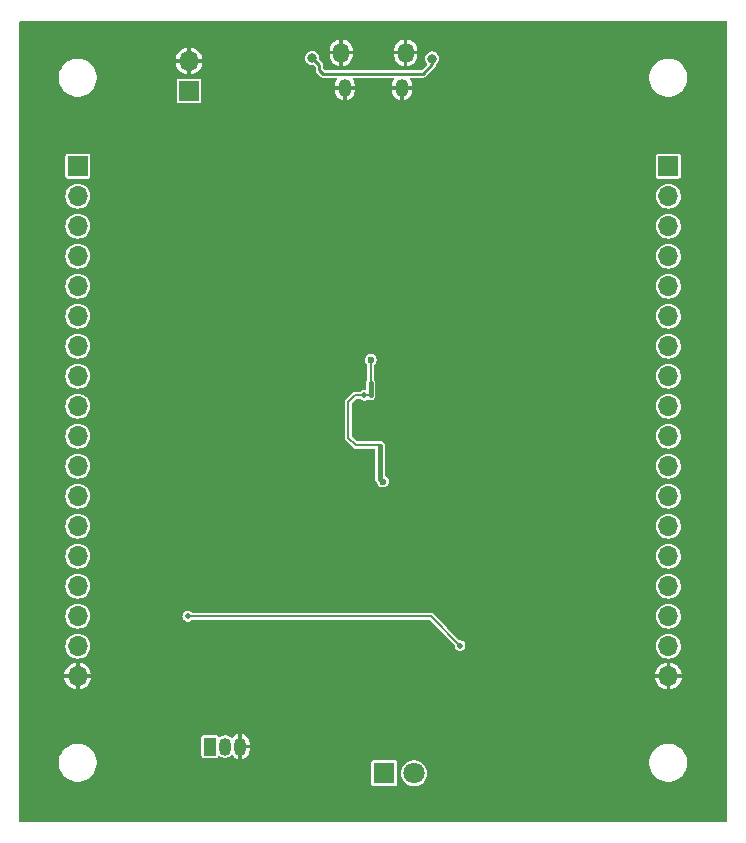
<source format=gbr>
%TF.GenerationSoftware,KiCad,Pcbnew,8.0.2-1*%
%TF.CreationDate,2024-05-28T19:32:54-07:00*%
%TF.ProjectId,BroncoSpaceRP2040,42726f6e-636f-4537-9061-636552503230,rev?*%
%TF.SameCoordinates,Original*%
%TF.FileFunction,Copper,L2,Bot*%
%TF.FilePolarity,Positive*%
%FSLAX46Y46*%
G04 Gerber Fmt 4.6, Leading zero omitted, Abs format (unit mm)*
G04 Created by KiCad (PCBNEW 8.0.2-1) date 2024-05-28 19:32:54*
%MOMM*%
%LPD*%
G01*
G04 APERTURE LIST*
%TA.AperFunction,ComponentPad*%
%ADD10R,1.700000X1.700000*%
%TD*%
%TA.AperFunction,ComponentPad*%
%ADD11O,1.700000X1.700000*%
%TD*%
%TA.AperFunction,ComponentPad*%
%ADD12O,1.350000X1.700000*%
%TD*%
%TA.AperFunction,ComponentPad*%
%ADD13O,1.100000X1.500000*%
%TD*%
%TA.AperFunction,ComponentPad*%
%ADD14R,1.800000X1.800000*%
%TD*%
%TA.AperFunction,ComponentPad*%
%ADD15C,1.800000*%
%TD*%
%TA.AperFunction,ComponentPad*%
%ADD16R,1.050000X1.500000*%
%TD*%
%TA.AperFunction,ComponentPad*%
%ADD17O,1.050000X1.500000*%
%TD*%
%TA.AperFunction,ViaPad*%
%ADD18C,0.600000*%
%TD*%
%TA.AperFunction,ViaPad*%
%ADD19C,0.800000*%
%TD*%
%TA.AperFunction,ViaPad*%
%ADD20C,0.500000*%
%TD*%
%TA.AperFunction,Conductor*%
%ADD21C,0.250000*%
%TD*%
%TA.AperFunction,Conductor*%
%ADD22C,0.400000*%
%TD*%
%TA.AperFunction,Conductor*%
%ADD23C,0.200000*%
%TD*%
G04 APERTURE END LIST*
D10*
%TO.P,J4,1,Pin_1*%
%TO.N,/GPIO_ADC3*%
X55000000Y55500000D03*
D11*
%TO.P,J4,2,Pin_2*%
%TO.N,/GPIO_ADC2*%
X55000000Y52960000D03*
%TO.P,J4,3,Pin_3*%
%TO.N,/GPIO_ADC1*%
X55000000Y50420000D03*
%TO.P,J4,4,Pin_4*%
%TO.N,/GPIO_ADC0*%
X55000000Y47880000D03*
%TO.P,J4,5,Pin_5*%
%TO.N,/GPIO25*%
X55000000Y45340000D03*
%TO.P,J4,6,Pin_6*%
%TO.N,/GPIO24*%
X55000000Y42800000D03*
%TO.P,J4,7,Pin_7*%
%TO.N,/GPIO23*%
X55000000Y40260000D03*
%TO.P,J4,8,Pin_8*%
%TO.N,/GPIO22*%
X55000000Y37720000D03*
%TO.P,J4,9,Pin_9*%
%TO.N,/GPIO21*%
X55000000Y35180000D03*
%TO.P,J4,10,Pin_10*%
%TO.N,/GPIO20*%
X55000000Y32640000D03*
%TO.P,J4,11,Pin_11*%
%TO.N,/GPIO19*%
X55000000Y30100000D03*
%TO.P,J4,12,Pin_12*%
%TO.N,/GPIO18*%
X55000000Y27560000D03*
%TO.P,J4,13,Pin_13*%
%TO.N,/GPIO17*%
X55000000Y25020000D03*
%TO.P,J4,14,Pin_14*%
%TO.N,/GPIO16*%
X55000000Y22480000D03*
%TO.P,J4,15,Pin_15*%
%TO.N,/RUN*%
X55000000Y19940000D03*
%TO.P,J4,16,Pin_16*%
%TO.N,/SWD*%
X55000000Y17400000D03*
%TO.P,J4,17,Pin_17*%
%TO.N,/SWCLK*%
X55000000Y14860000D03*
%TO.P,J4,18,Pin_18*%
%TO.N,GND*%
X55000000Y12320000D03*
%TD*%
D10*
%TO.P,J2,1,Pin_1*%
%TO.N,Net-(J2-Pin_1)*%
X14410000Y61870000D03*
D11*
%TO.P,J2,2,Pin_2*%
%TO.N,GND*%
X14410000Y64410000D03*
%TD*%
D10*
%TO.P,J3,1,Pin_1*%
%TO.N,+3V3*%
X5000000Y55500000D03*
D11*
%TO.P,J3,2,Pin_2*%
%TO.N,/GPIO0*%
X5000000Y52960000D03*
%TO.P,J3,3,Pin_3*%
%TO.N,/GPIO1*%
X5000000Y50420000D03*
%TO.P,J3,4,Pin_4*%
%TO.N,/GPIO2*%
X5000000Y47880000D03*
%TO.P,J3,5,Pin_5*%
%TO.N,/GPIO3*%
X5000000Y45340000D03*
%TO.P,J3,6,Pin_6*%
%TO.N,/GPIO4*%
X5000000Y42800000D03*
%TO.P,J3,7,Pin_7*%
%TO.N,/GPIO5*%
X5000000Y40260000D03*
%TO.P,J3,8,Pin_8*%
%TO.N,/GPIO6*%
X5000000Y37720000D03*
%TO.P,J3,9,Pin_9*%
%TO.N,/GPIO7*%
X5000000Y35180000D03*
%TO.P,J3,10,Pin_10*%
%TO.N,/GPIO8*%
X5000000Y32640000D03*
%TO.P,J3,11,Pin_11*%
%TO.N,/GPIO9*%
X5000000Y30100000D03*
%TO.P,J3,12,Pin_12*%
%TO.N,/GPIO10*%
X5000000Y27560000D03*
%TO.P,J3,13,Pin_13*%
%TO.N,/GPIO11*%
X5000000Y25020000D03*
%TO.P,J3,14,Pin_14*%
%TO.N,/GPIO12*%
X5000000Y22480000D03*
%TO.P,J3,15,Pin_15*%
%TO.N,/GPIO13*%
X5000000Y19940000D03*
%TO.P,J3,16,Pin_16*%
%TO.N,/GPIO14*%
X5000000Y17400000D03*
%TO.P,J3,17,Pin_17*%
%TO.N,/GPIO15*%
X5000000Y14860000D03*
%TO.P,J3,18,Pin_18*%
%TO.N,GND*%
X5000000Y12320000D03*
%TD*%
D12*
%TO.P,J1,6,Shield*%
%TO.N,GND*%
X32755000Y65115000D03*
D13*
X32445000Y62115000D03*
X27605000Y62115000D03*
D12*
X27295000Y65115000D03*
%TD*%
D14*
%TO.P,D1,1,K*%
%TO.N,/LED_ALERT*%
X30950000Y4100000D03*
D15*
%TO.P,D1,2,A*%
%TO.N,Net-(D1-A)*%
X33490000Y4100000D03*
%TD*%
D16*
%TO.P,Q1,1,E*%
%TO.N,Net-(Q1-E)*%
X16200000Y6370000D03*
D17*
%TO.P,Q1,2,B*%
%TO.N,Net-(Q1-B)*%
X17470000Y6370000D03*
%TO.P,Q1,3,C*%
%TO.N,GND*%
X18740000Y6370000D03*
%TD*%
D18*
%TO.N,GND*%
X31400000Y25640000D03*
X38090000Y38040000D03*
D19*
X30000000Y35300000D03*
X31290000Y34010000D03*
D18*
X42590000Y46000000D03*
D19*
X28730000Y33990000D03*
D18*
X28730000Y60340000D03*
X22640000Y51910000D03*
X28000000Y27825000D03*
D19*
X28710000Y35300000D03*
D18*
X38090000Y32840000D03*
X19050000Y45080000D03*
D19*
X28810000Y43760000D03*
X28730000Y32740000D03*
D18*
X32740000Y21710000D03*
X30400000Y25630000D03*
X21890000Y32720000D03*
X32500000Y10675000D03*
X33810000Y42680000D03*
X32800000Y42670000D03*
X27170000Y24470000D03*
X32870000Y24490000D03*
D19*
X29800000Y43690000D03*
X31290000Y35290000D03*
D18*
X38110000Y39410000D03*
D19*
X30020000Y34010000D03*
X30025000Y8950000D03*
D18*
X27250000Y21700000D03*
X49890000Y61380000D03*
X41020000Y59430000D03*
X21930000Y37100000D03*
D19*
X28730000Y32740000D03*
X31300000Y32690000D03*
X30020000Y32680000D03*
%TO.N,+3V3*%
X35010000Y64610000D03*
X24860000Y64650000D03*
D18*
%TO.N,+1V1*%
X29800000Y39100000D03*
D20*
X29260000Y36100000D03*
D18*
X30825000Y28800000D03*
D20*
%TO.N,/GPIO14*%
X14310000Y17400000D03*
X37360000Y14920000D03*
%TD*%
D21*
%TO.N,+3V3*%
X25460000Y64050000D02*
X24860000Y64650000D01*
X25780000Y63330000D02*
X25460000Y63650000D01*
X35010000Y64610000D02*
X35010000Y64120000D01*
X35010000Y64120000D02*
X34220000Y63330000D01*
X34220000Y63330000D02*
X25780000Y63330000D01*
X25460000Y63650000D02*
X25460000Y64050000D01*
D22*
%TO.N,+1V1*%
X30600000Y31820500D02*
X30600000Y29025000D01*
D23*
X29800000Y37150000D02*
X29800000Y39100000D01*
X27920000Y35580000D02*
X27920000Y32510000D01*
X30680000Y31900500D02*
X30600000Y31820500D01*
X28529500Y31900500D02*
X30680000Y31900500D01*
X30600000Y29025000D02*
X30825000Y28800000D01*
X29800000Y36100000D02*
X29260000Y36100000D01*
X27920000Y32510000D02*
X28529500Y31900500D01*
X29260000Y36100000D02*
X28440000Y36100000D01*
X28440000Y36100000D02*
X27920000Y35580000D01*
D22*
X29800000Y36100000D02*
X29800000Y37150000D01*
D23*
%TO.N,/GPIO14*%
X34880000Y17400000D02*
X37360000Y14920000D01*
X14310000Y17400000D02*
X34880000Y17400000D01*
%TD*%
%TA.AperFunction,Conductor*%
%TO.N,GND*%
G36*
X59959191Y67763093D02*
G01*
X59995155Y67713593D01*
X60000000Y67683000D01*
X60000000Y99000D01*
X59981093Y40809D01*
X59931593Y4845D01*
X59901000Y0D01*
X119000Y0D01*
X60809Y18907D01*
X24845Y68407D01*
X20000Y99000D01*
X20000Y5125966D01*
X3399500Y5125966D01*
X3399500Y4874035D01*
X3438908Y4625220D01*
X3516759Y4385621D01*
X3631130Y4161155D01*
X3779207Y3957344D01*
X3957344Y3779207D01*
X4161155Y3631130D01*
X4385621Y3516759D01*
X4625215Y3438910D01*
X4625216Y3438910D01*
X4625219Y3438909D01*
X4874035Y3399500D01*
X4874038Y3399500D01*
X5125965Y3399500D01*
X5374780Y3438909D01*
X5374781Y3438910D01*
X5374785Y3438910D01*
X5614379Y3516759D01*
X5838845Y3631130D01*
X6042656Y3779207D01*
X6220793Y3957344D01*
X6368870Y4161155D01*
X6483241Y4385621D01*
X6561090Y4625215D01*
X6561091Y4625220D01*
X6600500Y4874035D01*
X6600500Y5019747D01*
X29849500Y5019747D01*
X29849500Y3180254D01*
X29849501Y3180242D01*
X29861132Y3121773D01*
X29861134Y3121767D01*
X29868561Y3110652D01*
X29905448Y3055448D01*
X29971769Y3011133D01*
X30016231Y3002289D01*
X30030241Y2999502D01*
X30030246Y2999502D01*
X30030252Y2999500D01*
X30030253Y2999500D01*
X31869747Y2999500D01*
X31869748Y2999500D01*
X31928231Y3011133D01*
X31994552Y3055448D01*
X32038867Y3121769D01*
X32050500Y3180252D01*
X32050500Y4100000D01*
X32384785Y4100000D01*
X32403603Y3896917D01*
X32459418Y3700750D01*
X32550327Y3518179D01*
X32673236Y3355421D01*
X32823959Y3218019D01*
X32997363Y3110652D01*
X33187544Y3036976D01*
X33388024Y2999500D01*
X33591976Y2999500D01*
X33792456Y3036976D01*
X33982637Y3110652D01*
X34156041Y3218019D01*
X34306764Y3355421D01*
X34429673Y3518179D01*
X34520582Y3700750D01*
X34576397Y3896917D01*
X34595215Y4100000D01*
X34576397Y4303083D01*
X34520582Y4499250D01*
X34429673Y4681821D01*
X34306764Y4844579D01*
X34156041Y4981981D01*
X33982637Y5089348D01*
X33888114Y5125966D01*
X53399500Y5125966D01*
X53399500Y4874035D01*
X53438908Y4625220D01*
X53516759Y4385621D01*
X53631130Y4161155D01*
X53779207Y3957344D01*
X53957344Y3779207D01*
X54161155Y3631130D01*
X54385621Y3516759D01*
X54625215Y3438910D01*
X54625216Y3438910D01*
X54625219Y3438909D01*
X54874035Y3399500D01*
X54874038Y3399500D01*
X55125965Y3399500D01*
X55374780Y3438909D01*
X55374781Y3438910D01*
X55374785Y3438910D01*
X55614379Y3516759D01*
X55838845Y3631130D01*
X56042656Y3779207D01*
X56220793Y3957344D01*
X56368870Y4161155D01*
X56483241Y4385621D01*
X56561090Y4625215D01*
X56561091Y4625220D01*
X56600500Y4874035D01*
X56600500Y5125966D01*
X56561091Y5374781D01*
X56546561Y5419500D01*
X56483241Y5614379D01*
X56368870Y5838845D01*
X56220793Y6042656D01*
X56042656Y6220793D01*
X55838845Y6368870D01*
X55838844Y6368871D01*
X55838842Y6368872D01*
X55614379Y6483241D01*
X55374780Y6561092D01*
X55125965Y6600500D01*
X55125962Y6600500D01*
X54874038Y6600500D01*
X54874035Y6600500D01*
X54625219Y6561092D01*
X54385620Y6483241D01*
X54161157Y6368872D01*
X53957345Y6220794D01*
X53779206Y6042655D01*
X53631128Y5838843D01*
X53516759Y5614380D01*
X53438908Y5374781D01*
X53399500Y5125966D01*
X33888114Y5125966D01*
X33792456Y5163024D01*
X33792455Y5163025D01*
X33792453Y5163025D01*
X33591976Y5200500D01*
X33388024Y5200500D01*
X33187546Y5163025D01*
X33139862Y5144552D01*
X32997363Y5089348D01*
X32823959Y4981981D01*
X32673237Y4844580D01*
X32550328Y4681823D01*
X32550323Y4681814D01*
X32459419Y4499253D01*
X32459418Y4499250D01*
X32403603Y4303083D01*
X32384785Y4100000D01*
X32050500Y4100000D01*
X32050500Y5019748D01*
X32038867Y5078231D01*
X31994552Y5144552D01*
X31994548Y5144555D01*
X31928233Y5188866D01*
X31928231Y5188867D01*
X31928228Y5188868D01*
X31928227Y5188868D01*
X31869758Y5200499D01*
X31869748Y5200500D01*
X30030252Y5200500D01*
X30030251Y5200500D01*
X30030241Y5200499D01*
X29971772Y5188868D01*
X29971766Y5188866D01*
X29905451Y5144555D01*
X29905445Y5144549D01*
X29861134Y5078234D01*
X29861132Y5078228D01*
X29849501Y5019759D01*
X29849500Y5019747D01*
X6600500Y5019747D01*
X6600500Y5125966D01*
X6561091Y5374781D01*
X6546561Y5419500D01*
X6483241Y5614379D01*
X6368870Y5838845D01*
X6220793Y6042656D01*
X6042656Y6220793D01*
X5838845Y6368870D01*
X5838844Y6368871D01*
X5838842Y6368872D01*
X5614379Y6483241D01*
X5374780Y6561092D01*
X5125965Y6600500D01*
X5125962Y6600500D01*
X4874038Y6600500D01*
X4874035Y6600500D01*
X4625219Y6561092D01*
X4385620Y6483241D01*
X4161157Y6368872D01*
X3957345Y6220794D01*
X3779206Y6042655D01*
X3631128Y5838843D01*
X3516759Y5614380D01*
X3438908Y5374781D01*
X3399500Y5125966D01*
X20000Y5125966D01*
X20000Y7139747D01*
X15474500Y7139747D01*
X15474500Y5600254D01*
X15474501Y5600242D01*
X15486132Y5541773D01*
X15486134Y5541767D01*
X15512660Y5502069D01*
X15530448Y5475448D01*
X15596769Y5431133D01*
X15641231Y5422289D01*
X15655241Y5419502D01*
X15655246Y5419502D01*
X15655252Y5419500D01*
X15655253Y5419500D01*
X16744747Y5419500D01*
X16744748Y5419500D01*
X16803231Y5431133D01*
X16869552Y5475448D01*
X16906112Y5530165D01*
X16954160Y5568042D01*
X17015298Y5570444D01*
X17043428Y5557476D01*
X17126340Y5502075D01*
X17126351Y5502069D01*
X17175121Y5481868D01*
X17258380Y5447381D01*
X17398545Y5419500D01*
X17398546Y5419500D01*
X17541454Y5419500D01*
X17541455Y5419500D01*
X17681620Y5447381D01*
X17813653Y5502071D01*
X17932479Y5581468D01*
X17964639Y5613629D01*
X18019154Y5641405D01*
X18079586Y5631834D01*
X18104646Y5613628D01*
X18214093Y5504181D01*
X18349218Y5413893D01*
X18499349Y5351707D01*
X18499360Y5351704D01*
X18590000Y5333676D01*
X18590000Y6023590D01*
X18595255Y6020556D01*
X18690630Y5995000D01*
X18789370Y5995000D01*
X18884745Y6020556D01*
X18890000Y6023590D01*
X18890000Y5333677D01*
X18980639Y5351704D01*
X18980650Y5351707D01*
X19130781Y5413893D01*
X19130782Y5413893D01*
X19265906Y5504181D01*
X19380819Y5619094D01*
X19471107Y5754218D01*
X19471107Y5754219D01*
X19533295Y5904355D01*
X19533295Y5904357D01*
X19564999Y6063743D01*
X19565000Y6063746D01*
X19565000Y6219999D01*
X19564999Y6220000D01*
X19086410Y6220000D01*
X19089444Y6225255D01*
X19115000Y6320630D01*
X19115000Y6419370D01*
X19089444Y6514745D01*
X19086410Y6520000D01*
X19564999Y6520000D01*
X19565000Y6520001D01*
X19565000Y6676255D01*
X19564999Y6676258D01*
X19533295Y6835644D01*
X19533295Y6835646D01*
X19471107Y6985782D01*
X19471107Y6985783D01*
X19380819Y7120907D01*
X19265906Y7235820D01*
X19130781Y7326108D01*
X18980645Y7388296D01*
X18980642Y7388297D01*
X18890000Y7406326D01*
X18890000Y6716411D01*
X18884745Y6719444D01*
X18789370Y6745000D01*
X18690630Y6745000D01*
X18595255Y6719444D01*
X18590000Y6716411D01*
X18590000Y7406326D01*
X18589999Y7406326D01*
X18499357Y7388297D01*
X18499354Y7388296D01*
X18349218Y7326108D01*
X18349217Y7326108D01*
X18214093Y7235820D01*
X18104646Y7126372D01*
X18050129Y7098595D01*
X17989697Y7108166D01*
X17964640Y7126371D01*
X17932479Y7158532D01*
X17873070Y7198228D01*
X17813659Y7237926D01*
X17813648Y7237932D01*
X17681620Y7292619D01*
X17541457Y7320500D01*
X17541455Y7320500D01*
X17398545Y7320500D01*
X17398542Y7320500D01*
X17258380Y7292619D01*
X17258378Y7292619D01*
X17126351Y7237932D01*
X17126339Y7237926D01*
X17043428Y7182525D01*
X16984539Y7165916D01*
X16927136Y7187094D01*
X16906111Y7209838D01*
X16869553Y7264550D01*
X16869552Y7264552D01*
X16869548Y7264555D01*
X16803233Y7308866D01*
X16803231Y7308867D01*
X16803228Y7308868D01*
X16803227Y7308868D01*
X16744758Y7320499D01*
X16744748Y7320500D01*
X15655252Y7320500D01*
X15655251Y7320500D01*
X15655241Y7320499D01*
X15596772Y7308868D01*
X15596766Y7308866D01*
X15530451Y7264555D01*
X15530445Y7264549D01*
X15486134Y7198234D01*
X15486132Y7198228D01*
X15474501Y7139759D01*
X15474500Y7139747D01*
X20000Y7139747D01*
X20000Y12470000D01*
X3858973Y12470000D01*
X4522555Y12470000D01*
X4500000Y12385826D01*
X4500000Y12254174D01*
X4522555Y12170000D01*
X3858973Y12170000D01*
X3864738Y12107784D01*
X3923064Y11902790D01*
X4018057Y11712017D01*
X4018062Y11712008D01*
X4146496Y11541936D01*
X4146506Y11541925D01*
X4303995Y11398353D01*
X4303994Y11398353D01*
X4485206Y11286153D01*
X4683941Y11209162D01*
X4849999Y11178120D01*
X4850000Y11178120D01*
X4850000Y11842555D01*
X4934174Y11820000D01*
X5065826Y11820000D01*
X5150000Y11842555D01*
X5150000Y11178120D01*
X5316058Y11209162D01*
X5514793Y11286153D01*
X5696004Y11398353D01*
X5853493Y11541925D01*
X5853503Y11541936D01*
X5981937Y11712008D01*
X5981942Y11712017D01*
X6076935Y11902790D01*
X6135261Y12107784D01*
X6141027Y12170000D01*
X5477445Y12170000D01*
X5500000Y12254174D01*
X5500000Y12385826D01*
X5477445Y12470000D01*
X6141026Y12470000D01*
X53858973Y12470000D01*
X54522555Y12470000D01*
X54500000Y12385826D01*
X54500000Y12254174D01*
X54522555Y12170000D01*
X53858973Y12170000D01*
X53864738Y12107784D01*
X53923064Y11902790D01*
X54018057Y11712017D01*
X54018062Y11712008D01*
X54146496Y11541936D01*
X54146506Y11541925D01*
X54303995Y11398353D01*
X54303994Y11398353D01*
X54485206Y11286153D01*
X54683941Y11209162D01*
X54849999Y11178120D01*
X54850000Y11178120D01*
X54850000Y11842555D01*
X54934174Y11820000D01*
X55065826Y11820000D01*
X55150000Y11842555D01*
X55150000Y11178120D01*
X55316058Y11209162D01*
X55514793Y11286153D01*
X55696004Y11398353D01*
X55853493Y11541925D01*
X55853503Y11541936D01*
X55981937Y11712008D01*
X55981942Y11712017D01*
X56076935Y11902790D01*
X56135261Y12107784D01*
X56141027Y12170000D01*
X55477445Y12170000D01*
X55500000Y12254174D01*
X55500000Y12385826D01*
X55477445Y12470000D01*
X56141026Y12470000D01*
X56135261Y12532217D01*
X56076935Y12737211D01*
X55981942Y12927984D01*
X55981937Y12927993D01*
X55853503Y13098065D01*
X55853493Y13098076D01*
X55696004Y13241648D01*
X55696005Y13241648D01*
X55514793Y13353848D01*
X55316061Y13430838D01*
X55316055Y13430840D01*
X55150000Y13461882D01*
X55150000Y12797446D01*
X55065826Y12820000D01*
X54934174Y12820000D01*
X54850000Y12797446D01*
X54850000Y13461881D01*
X54849999Y13461882D01*
X54683944Y13430840D01*
X54683938Y13430838D01*
X54485206Y13353848D01*
X54303995Y13241648D01*
X54146506Y13098076D01*
X54146496Y13098065D01*
X54018062Y12927993D01*
X54018057Y12927984D01*
X53923064Y12737211D01*
X53864738Y12532217D01*
X53858973Y12470000D01*
X6141026Y12470000D01*
X6135261Y12532217D01*
X6076935Y12737211D01*
X5981942Y12927984D01*
X5981937Y12927993D01*
X5853503Y13098065D01*
X5853493Y13098076D01*
X5696004Y13241648D01*
X5696005Y13241648D01*
X5514793Y13353848D01*
X5316061Y13430838D01*
X5316055Y13430840D01*
X5150000Y13461882D01*
X5150000Y12797446D01*
X5065826Y12820000D01*
X4934174Y12820000D01*
X4850000Y12797446D01*
X4850000Y13461881D01*
X4849999Y13461882D01*
X4683944Y13430840D01*
X4683938Y13430838D01*
X4485206Y13353848D01*
X4303995Y13241648D01*
X4146506Y13098076D01*
X4146496Y13098065D01*
X4018062Y12927993D01*
X4018057Y12927984D01*
X3923064Y12737211D01*
X3864738Y12532217D01*
X3858973Y12470000D01*
X20000Y12470000D01*
X20000Y14860004D01*
X3944417Y14860004D01*
X3944417Y14859997D01*
X3964698Y14654071D01*
X3964699Y14654066D01*
X4024768Y14456046D01*
X4122316Y14273548D01*
X4253585Y14113596D01*
X4253590Y14113590D01*
X4253595Y14113586D01*
X4413547Y13982317D01*
X4413548Y13982317D01*
X4413550Y13982315D01*
X4596046Y13884768D01*
X4733997Y13842922D01*
X4794065Y13824700D01*
X4794070Y13824699D01*
X4999997Y13804417D01*
X5000000Y13804417D01*
X5000003Y13804417D01*
X5205929Y13824699D01*
X5205934Y13824700D01*
X5403954Y13884768D01*
X5586450Y13982315D01*
X5746410Y14113590D01*
X5877685Y14273550D01*
X5975232Y14456046D01*
X6035300Y14654066D01*
X6035301Y14654071D01*
X6055583Y14859997D01*
X6055583Y14860004D01*
X6035301Y15065930D01*
X6035300Y15065935D01*
X6004927Y15166062D01*
X5975232Y15263954D01*
X5877685Y15446450D01*
X5746410Y15606410D01*
X5746404Y15606415D01*
X5586452Y15737684D01*
X5403954Y15835232D01*
X5205934Y15895301D01*
X5205929Y15895302D01*
X5000003Y15915583D01*
X4999997Y15915583D01*
X4794070Y15895302D01*
X4794065Y15895301D01*
X4596045Y15835232D01*
X4413547Y15737684D01*
X4253595Y15606415D01*
X4253585Y15606405D01*
X4122316Y15446453D01*
X4024768Y15263955D01*
X3964699Y15065935D01*
X3964698Y15065930D01*
X3944417Y14860004D01*
X20000Y14860004D01*
X20000Y17400004D01*
X3944417Y17400004D01*
X3944417Y17399997D01*
X3964698Y17194071D01*
X3964699Y17194066D01*
X4024768Y16996046D01*
X4122316Y16813548D01*
X4253585Y16653596D01*
X4253590Y16653590D01*
X4253595Y16653586D01*
X4413547Y16522317D01*
X4413548Y16522317D01*
X4413550Y16522315D01*
X4596046Y16424768D01*
X4733997Y16382922D01*
X4794065Y16364700D01*
X4794070Y16364699D01*
X4999997Y16344417D01*
X5000000Y16344417D01*
X5000003Y16344417D01*
X5205929Y16364699D01*
X5205934Y16364700D01*
X5403954Y16424768D01*
X5586450Y16522315D01*
X5746410Y16653590D01*
X5877685Y16813550D01*
X5975232Y16996046D01*
X6035300Y17194066D01*
X6035301Y17194071D01*
X6055583Y17399997D01*
X6055583Y17400003D01*
X13854867Y17400003D01*
X13854867Y17399998D01*
X13873302Y17271775D01*
X13908789Y17194071D01*
X13927118Y17153937D01*
X13976517Y17096927D01*
X14011952Y17056032D01*
X14120926Y16985999D01*
X14120931Y16985996D01*
X14245228Y16949500D01*
X14245230Y16949500D01*
X14374770Y16949500D01*
X14374772Y16949500D01*
X14499069Y16985996D01*
X14608049Y17056033D01*
X14616105Y17065330D01*
X14668500Y17096927D01*
X14690925Y17099500D01*
X34714521Y17099500D01*
X34772712Y17080593D01*
X34784525Y17070504D01*
X36876503Y14978526D01*
X36904280Y14924009D01*
X36904491Y14922611D01*
X36923302Y14791775D01*
X36977117Y14673939D01*
X36977118Y14673937D01*
X37061951Y14576033D01*
X37061952Y14576032D01*
X37170926Y14505999D01*
X37170931Y14505996D01*
X37295228Y14469500D01*
X37295230Y14469500D01*
X37424770Y14469500D01*
X37424772Y14469500D01*
X37549069Y14505996D01*
X37658049Y14576033D01*
X37742882Y14673937D01*
X37796697Y14791774D01*
X37806507Y14860004D01*
X53944417Y14860004D01*
X53944417Y14859997D01*
X53964698Y14654071D01*
X53964699Y14654066D01*
X54024768Y14456046D01*
X54122316Y14273548D01*
X54253585Y14113596D01*
X54253590Y14113590D01*
X54253595Y14113586D01*
X54413547Y13982317D01*
X54413548Y13982317D01*
X54413550Y13982315D01*
X54596046Y13884768D01*
X54733997Y13842922D01*
X54794065Y13824700D01*
X54794070Y13824699D01*
X54999997Y13804417D01*
X55000000Y13804417D01*
X55000003Y13804417D01*
X55205929Y13824699D01*
X55205934Y13824700D01*
X55403954Y13884768D01*
X55586450Y13982315D01*
X55746410Y14113590D01*
X55877685Y14273550D01*
X55975232Y14456046D01*
X56035300Y14654066D01*
X56035301Y14654071D01*
X56055583Y14859997D01*
X56055583Y14860004D01*
X56035301Y15065930D01*
X56035300Y15065935D01*
X56004927Y15166062D01*
X55975232Y15263954D01*
X55877685Y15446450D01*
X55746410Y15606410D01*
X55746404Y15606415D01*
X55586452Y15737684D01*
X55403954Y15835232D01*
X55205934Y15895301D01*
X55205929Y15895302D01*
X55000003Y15915583D01*
X54999997Y15915583D01*
X54794070Y15895302D01*
X54794065Y15895301D01*
X54596045Y15835232D01*
X54413547Y15737684D01*
X54253595Y15606415D01*
X54253585Y15606405D01*
X54122316Y15446453D01*
X54024768Y15263955D01*
X53964699Y15065935D01*
X53964698Y15065930D01*
X53944417Y14860004D01*
X37806507Y14860004D01*
X37815133Y14920000D01*
X37811341Y14946371D01*
X37796697Y15048226D01*
X37742882Y15166062D01*
X37742882Y15166063D01*
X37658049Y15263967D01*
X37658048Y15263968D01*
X37658047Y15263969D01*
X37549073Y15334002D01*
X37549070Y15334004D01*
X37549069Y15334004D01*
X37549066Y15334005D01*
X37424774Y15370500D01*
X37424772Y15370500D01*
X37375479Y15370500D01*
X37317288Y15389407D01*
X37305475Y15399496D01*
X36280202Y16424769D01*
X35304967Y17400004D01*
X53944417Y17400004D01*
X53944417Y17399997D01*
X53964698Y17194071D01*
X53964699Y17194066D01*
X54024768Y16996046D01*
X54122316Y16813548D01*
X54253585Y16653596D01*
X54253590Y16653590D01*
X54253595Y16653586D01*
X54413547Y16522317D01*
X54413548Y16522317D01*
X54413550Y16522315D01*
X54596046Y16424768D01*
X54733997Y16382922D01*
X54794065Y16364700D01*
X54794070Y16364699D01*
X54999997Y16344417D01*
X55000000Y16344417D01*
X55000003Y16344417D01*
X55205929Y16364699D01*
X55205934Y16364700D01*
X55403954Y16424768D01*
X55586450Y16522315D01*
X55746410Y16653590D01*
X55877685Y16813550D01*
X55975232Y16996046D01*
X56035300Y17194066D01*
X56035301Y17194071D01*
X56055583Y17399997D01*
X56055583Y17400004D01*
X56035301Y17605930D01*
X56035300Y17605935D01*
X56006614Y17700500D01*
X55975232Y17803954D01*
X55877685Y17986450D01*
X55746410Y18146410D01*
X55746404Y18146415D01*
X55586452Y18277684D01*
X55403954Y18375232D01*
X55205934Y18435301D01*
X55205929Y18435302D01*
X55000003Y18455583D01*
X54999997Y18455583D01*
X54794070Y18435302D01*
X54794065Y18435301D01*
X54596045Y18375232D01*
X54413547Y18277684D01*
X54253595Y18146415D01*
X54253585Y18146405D01*
X54122316Y17986453D01*
X54024768Y17803955D01*
X53964699Y17605935D01*
X53964698Y17605930D01*
X53944417Y17400004D01*
X35304967Y17400004D01*
X35064511Y17640460D01*
X35054808Y17646062D01*
X35054806Y17646064D01*
X35054806Y17646063D01*
X34995989Y17680021D01*
X34995988Y17680022D01*
X34995987Y17680022D01*
X34919564Y17700500D01*
X34919562Y17700500D01*
X14690925Y17700500D01*
X14632734Y17719407D01*
X14616105Y17734670D01*
X14608049Y17743967D01*
X14608048Y17743968D01*
X14499073Y17814002D01*
X14499070Y17814004D01*
X14499069Y17814004D01*
X14499066Y17814005D01*
X14374774Y17850500D01*
X14374772Y17850500D01*
X14245228Y17850500D01*
X14245225Y17850500D01*
X14120933Y17814005D01*
X14120926Y17814002D01*
X14011952Y17743969D01*
X13927117Y17646062D01*
X13873302Y17528226D01*
X13854867Y17400003D01*
X6055583Y17400003D01*
X6055583Y17400004D01*
X6035301Y17605930D01*
X6035300Y17605935D01*
X6006614Y17700500D01*
X5975232Y17803954D01*
X5877685Y17986450D01*
X5746410Y18146410D01*
X5746404Y18146415D01*
X5586452Y18277684D01*
X5403954Y18375232D01*
X5205934Y18435301D01*
X5205929Y18435302D01*
X5000003Y18455583D01*
X4999997Y18455583D01*
X4794070Y18435302D01*
X4794065Y18435301D01*
X4596045Y18375232D01*
X4413547Y18277684D01*
X4253595Y18146415D01*
X4253585Y18146405D01*
X4122316Y17986453D01*
X4024768Y17803955D01*
X3964699Y17605935D01*
X3964698Y17605930D01*
X3944417Y17400004D01*
X20000Y17400004D01*
X20000Y19940004D01*
X3944417Y19940004D01*
X3944417Y19939997D01*
X3964698Y19734071D01*
X3964699Y19734066D01*
X4024768Y19536046D01*
X4122316Y19353548D01*
X4253585Y19193596D01*
X4253590Y19193590D01*
X4253595Y19193586D01*
X4413547Y19062317D01*
X4413548Y19062317D01*
X4413550Y19062315D01*
X4596046Y18964768D01*
X4733997Y18922922D01*
X4794065Y18904700D01*
X4794070Y18904699D01*
X4999997Y18884417D01*
X5000000Y18884417D01*
X5000003Y18884417D01*
X5205929Y18904699D01*
X5205934Y18904700D01*
X5403954Y18964768D01*
X5586450Y19062315D01*
X5746410Y19193590D01*
X5877685Y19353550D01*
X5975232Y19536046D01*
X6035300Y19734066D01*
X6035301Y19734071D01*
X6055583Y19939997D01*
X6055583Y19940004D01*
X53944417Y19940004D01*
X53944417Y19939997D01*
X53964698Y19734071D01*
X53964699Y19734066D01*
X54024768Y19536046D01*
X54122316Y19353548D01*
X54253585Y19193596D01*
X54253590Y19193590D01*
X54253595Y19193586D01*
X54413547Y19062317D01*
X54413548Y19062317D01*
X54413550Y19062315D01*
X54596046Y18964768D01*
X54733997Y18922922D01*
X54794065Y18904700D01*
X54794070Y18904699D01*
X54999997Y18884417D01*
X55000000Y18884417D01*
X55000003Y18884417D01*
X55205929Y18904699D01*
X55205934Y18904700D01*
X55403954Y18964768D01*
X55586450Y19062315D01*
X55746410Y19193590D01*
X55877685Y19353550D01*
X55975232Y19536046D01*
X56035300Y19734066D01*
X56035301Y19734071D01*
X56055583Y19939997D01*
X56055583Y19940004D01*
X56035301Y20145930D01*
X56035300Y20145935D01*
X56017078Y20206003D01*
X55975232Y20343954D01*
X55877685Y20526450D01*
X55746410Y20686410D01*
X55746404Y20686415D01*
X55586452Y20817684D01*
X55403954Y20915232D01*
X55205934Y20975301D01*
X55205929Y20975302D01*
X55000003Y20995583D01*
X54999997Y20995583D01*
X54794070Y20975302D01*
X54794065Y20975301D01*
X54596045Y20915232D01*
X54413547Y20817684D01*
X54253595Y20686415D01*
X54253585Y20686405D01*
X54122316Y20526453D01*
X54024768Y20343955D01*
X53964699Y20145935D01*
X53964698Y20145930D01*
X53944417Y19940004D01*
X6055583Y19940004D01*
X6035301Y20145930D01*
X6035300Y20145935D01*
X6017078Y20206003D01*
X5975232Y20343954D01*
X5877685Y20526450D01*
X5746410Y20686410D01*
X5746404Y20686415D01*
X5586452Y20817684D01*
X5403954Y20915232D01*
X5205934Y20975301D01*
X5205929Y20975302D01*
X5000003Y20995583D01*
X4999997Y20995583D01*
X4794070Y20975302D01*
X4794065Y20975301D01*
X4596045Y20915232D01*
X4413547Y20817684D01*
X4253595Y20686415D01*
X4253585Y20686405D01*
X4122316Y20526453D01*
X4024768Y20343955D01*
X3964699Y20145935D01*
X3964698Y20145930D01*
X3944417Y19940004D01*
X20000Y19940004D01*
X20000Y22480004D01*
X3944417Y22480004D01*
X3944417Y22479997D01*
X3964698Y22274071D01*
X3964699Y22274066D01*
X4024768Y22076046D01*
X4122316Y21893548D01*
X4253585Y21733596D01*
X4253590Y21733590D01*
X4253595Y21733586D01*
X4413547Y21602317D01*
X4413548Y21602317D01*
X4413550Y21602315D01*
X4596046Y21504768D01*
X4733997Y21462922D01*
X4794065Y21444700D01*
X4794070Y21444699D01*
X4999997Y21424417D01*
X5000000Y21424417D01*
X5000003Y21424417D01*
X5205929Y21444699D01*
X5205934Y21444700D01*
X5403954Y21504768D01*
X5586450Y21602315D01*
X5746410Y21733590D01*
X5877685Y21893550D01*
X5975232Y22076046D01*
X6035300Y22274066D01*
X6035301Y22274071D01*
X6055583Y22479997D01*
X6055583Y22480004D01*
X53944417Y22480004D01*
X53944417Y22479997D01*
X53964698Y22274071D01*
X53964699Y22274066D01*
X54024768Y22076046D01*
X54122316Y21893548D01*
X54253585Y21733596D01*
X54253590Y21733590D01*
X54253595Y21733586D01*
X54413547Y21602317D01*
X54413548Y21602317D01*
X54413550Y21602315D01*
X54596046Y21504768D01*
X54733997Y21462922D01*
X54794065Y21444700D01*
X54794070Y21444699D01*
X54999997Y21424417D01*
X55000000Y21424417D01*
X55000003Y21424417D01*
X55205929Y21444699D01*
X55205934Y21444700D01*
X55403954Y21504768D01*
X55586450Y21602315D01*
X55746410Y21733590D01*
X55877685Y21893550D01*
X55975232Y22076046D01*
X56035300Y22274066D01*
X56035301Y22274071D01*
X56055583Y22479997D01*
X56055583Y22480004D01*
X56035301Y22685930D01*
X56035300Y22685935D01*
X56017078Y22746003D01*
X55975232Y22883954D01*
X55877685Y23066450D01*
X55746410Y23226410D01*
X55746404Y23226415D01*
X55586452Y23357684D01*
X55403954Y23455232D01*
X55205934Y23515301D01*
X55205929Y23515302D01*
X55000003Y23535583D01*
X54999997Y23535583D01*
X54794070Y23515302D01*
X54794065Y23515301D01*
X54596045Y23455232D01*
X54413547Y23357684D01*
X54253595Y23226415D01*
X54253585Y23226405D01*
X54122316Y23066453D01*
X54024768Y22883955D01*
X53964699Y22685935D01*
X53964698Y22685930D01*
X53944417Y22480004D01*
X6055583Y22480004D01*
X6035301Y22685930D01*
X6035300Y22685935D01*
X6017078Y22746003D01*
X5975232Y22883954D01*
X5877685Y23066450D01*
X5746410Y23226410D01*
X5746404Y23226415D01*
X5586452Y23357684D01*
X5403954Y23455232D01*
X5205934Y23515301D01*
X5205929Y23515302D01*
X5000003Y23535583D01*
X4999997Y23535583D01*
X4794070Y23515302D01*
X4794065Y23515301D01*
X4596045Y23455232D01*
X4413547Y23357684D01*
X4253595Y23226415D01*
X4253585Y23226405D01*
X4122316Y23066453D01*
X4024768Y22883955D01*
X3964699Y22685935D01*
X3964698Y22685930D01*
X3944417Y22480004D01*
X20000Y22480004D01*
X20000Y25020004D01*
X3944417Y25020004D01*
X3944417Y25019997D01*
X3964698Y24814071D01*
X3964699Y24814066D01*
X4024768Y24616046D01*
X4122316Y24433548D01*
X4253585Y24273596D01*
X4253590Y24273590D01*
X4253595Y24273586D01*
X4413547Y24142317D01*
X4413548Y24142317D01*
X4413550Y24142315D01*
X4596046Y24044768D01*
X4733997Y24002922D01*
X4794065Y23984700D01*
X4794070Y23984699D01*
X4999997Y23964417D01*
X5000000Y23964417D01*
X5000003Y23964417D01*
X5205929Y23984699D01*
X5205934Y23984700D01*
X5403954Y24044768D01*
X5586450Y24142315D01*
X5746410Y24273590D01*
X5877685Y24433550D01*
X5975232Y24616046D01*
X6035300Y24814066D01*
X6035301Y24814071D01*
X6055583Y25019997D01*
X6055583Y25020004D01*
X53944417Y25020004D01*
X53944417Y25019997D01*
X53964698Y24814071D01*
X53964699Y24814066D01*
X54024768Y24616046D01*
X54122316Y24433548D01*
X54253585Y24273596D01*
X54253590Y24273590D01*
X54253595Y24273586D01*
X54413547Y24142317D01*
X54413548Y24142317D01*
X54413550Y24142315D01*
X54596046Y24044768D01*
X54733997Y24002922D01*
X54794065Y23984700D01*
X54794070Y23984699D01*
X54999997Y23964417D01*
X55000000Y23964417D01*
X55000003Y23964417D01*
X55205929Y23984699D01*
X55205934Y23984700D01*
X55403954Y24044768D01*
X55586450Y24142315D01*
X55746410Y24273590D01*
X55877685Y24433550D01*
X55975232Y24616046D01*
X56035300Y24814066D01*
X56035301Y24814071D01*
X56055583Y25019997D01*
X56055583Y25020004D01*
X56035301Y25225930D01*
X56035300Y25225935D01*
X56017078Y25286003D01*
X55975232Y25423954D01*
X55877685Y25606450D01*
X55746410Y25766410D01*
X55746404Y25766415D01*
X55586452Y25897684D01*
X55403954Y25995232D01*
X55205934Y26055301D01*
X55205929Y26055302D01*
X55000003Y26075583D01*
X54999997Y26075583D01*
X54794070Y26055302D01*
X54794065Y26055301D01*
X54596045Y25995232D01*
X54413547Y25897684D01*
X54253595Y25766415D01*
X54253585Y25766405D01*
X54122316Y25606453D01*
X54024768Y25423955D01*
X53964699Y25225935D01*
X53964698Y25225930D01*
X53944417Y25020004D01*
X6055583Y25020004D01*
X6035301Y25225930D01*
X6035300Y25225935D01*
X6017078Y25286003D01*
X5975232Y25423954D01*
X5877685Y25606450D01*
X5746410Y25766410D01*
X5746404Y25766415D01*
X5586452Y25897684D01*
X5403954Y25995232D01*
X5205934Y26055301D01*
X5205929Y26055302D01*
X5000003Y26075583D01*
X4999997Y26075583D01*
X4794070Y26055302D01*
X4794065Y26055301D01*
X4596045Y25995232D01*
X4413547Y25897684D01*
X4253595Y25766415D01*
X4253585Y25766405D01*
X4122316Y25606453D01*
X4024768Y25423955D01*
X3964699Y25225935D01*
X3964698Y25225930D01*
X3944417Y25020004D01*
X20000Y25020004D01*
X20000Y27560004D01*
X3944417Y27560004D01*
X3944417Y27559997D01*
X3964698Y27354071D01*
X3964699Y27354066D01*
X4024768Y27156046D01*
X4122316Y26973548D01*
X4253585Y26813596D01*
X4253590Y26813590D01*
X4253595Y26813586D01*
X4413547Y26682317D01*
X4413548Y26682317D01*
X4413550Y26682315D01*
X4596046Y26584768D01*
X4733997Y26542922D01*
X4794065Y26524700D01*
X4794070Y26524699D01*
X4999997Y26504417D01*
X5000000Y26504417D01*
X5000003Y26504417D01*
X5205929Y26524699D01*
X5205934Y26524700D01*
X5403954Y26584768D01*
X5586450Y26682315D01*
X5746410Y26813590D01*
X5877685Y26973550D01*
X5975232Y27156046D01*
X6035300Y27354066D01*
X6035301Y27354071D01*
X6055583Y27559997D01*
X6055583Y27560004D01*
X53944417Y27560004D01*
X53944417Y27559997D01*
X53964698Y27354071D01*
X53964699Y27354066D01*
X54024768Y27156046D01*
X54122316Y26973548D01*
X54253585Y26813596D01*
X54253590Y26813590D01*
X54253595Y26813586D01*
X54413547Y26682317D01*
X54413548Y26682317D01*
X54413550Y26682315D01*
X54596046Y26584768D01*
X54733997Y26542922D01*
X54794065Y26524700D01*
X54794070Y26524699D01*
X54999997Y26504417D01*
X55000000Y26504417D01*
X55000003Y26504417D01*
X55205929Y26524699D01*
X55205934Y26524700D01*
X55403954Y26584768D01*
X55586450Y26682315D01*
X55746410Y26813590D01*
X55877685Y26973550D01*
X55975232Y27156046D01*
X56035300Y27354066D01*
X56035301Y27354071D01*
X56055583Y27559997D01*
X56055583Y27560004D01*
X56035301Y27765930D01*
X56035300Y27765935D01*
X56017078Y27826003D01*
X55975232Y27963954D01*
X55877685Y28146450D01*
X55746410Y28306410D01*
X55705423Y28340047D01*
X55586452Y28437684D01*
X55403954Y28535232D01*
X55205934Y28595301D01*
X55205929Y28595302D01*
X55000003Y28615583D01*
X54999997Y28615583D01*
X54794070Y28595302D01*
X54794065Y28595301D01*
X54596045Y28535232D01*
X54413547Y28437684D01*
X54253595Y28306415D01*
X54253585Y28306405D01*
X54122316Y28146453D01*
X54024768Y27963955D01*
X53964699Y27765935D01*
X53964698Y27765930D01*
X53944417Y27560004D01*
X6055583Y27560004D01*
X6035301Y27765930D01*
X6035300Y27765935D01*
X6017078Y27826003D01*
X5975232Y27963954D01*
X5877685Y28146450D01*
X5746410Y28306410D01*
X5705423Y28340047D01*
X5586452Y28437684D01*
X5403954Y28535232D01*
X5205934Y28595301D01*
X5205929Y28595302D01*
X5000003Y28615583D01*
X4999997Y28615583D01*
X4794070Y28595302D01*
X4794065Y28595301D01*
X4596045Y28535232D01*
X4413547Y28437684D01*
X4253595Y28306415D01*
X4253585Y28306405D01*
X4122316Y28146453D01*
X4024768Y27963955D01*
X3964699Y27765935D01*
X3964698Y27765930D01*
X3944417Y27560004D01*
X20000Y27560004D01*
X20000Y30100004D01*
X3944417Y30100004D01*
X3944417Y30099997D01*
X3964698Y29894071D01*
X3964699Y29894066D01*
X4024768Y29696046D01*
X4122316Y29513548D01*
X4253585Y29353596D01*
X4253590Y29353590D01*
X4253595Y29353586D01*
X4413547Y29222317D01*
X4413548Y29222317D01*
X4413550Y29222315D01*
X4596046Y29124768D01*
X4733997Y29082922D01*
X4794065Y29064700D01*
X4794070Y29064699D01*
X4999997Y29044417D01*
X5000000Y29044417D01*
X5000003Y29044417D01*
X5205929Y29064699D01*
X5205934Y29064700D01*
X5234525Y29073373D01*
X5403954Y29124768D01*
X5586450Y29222315D01*
X5746410Y29353590D01*
X5877685Y29513550D01*
X5975232Y29696046D01*
X6035300Y29894066D01*
X6035301Y29894071D01*
X6055583Y30099997D01*
X6055583Y30100004D01*
X6035301Y30305930D01*
X6035300Y30305935D01*
X6017078Y30366003D01*
X5975232Y30503954D01*
X5877685Y30686450D01*
X5746410Y30846410D01*
X5746404Y30846415D01*
X5586452Y30977684D01*
X5403954Y31075232D01*
X5205934Y31135301D01*
X5205929Y31135302D01*
X5000003Y31155583D01*
X4999997Y31155583D01*
X4794070Y31135302D01*
X4794065Y31135301D01*
X4596045Y31075232D01*
X4413547Y30977684D01*
X4253595Y30846415D01*
X4253585Y30846405D01*
X4122316Y30686453D01*
X4024768Y30503955D01*
X3964699Y30305935D01*
X3964698Y30305930D01*
X3944417Y30100004D01*
X20000Y30100004D01*
X20000Y32640004D01*
X3944417Y32640004D01*
X3944417Y32639997D01*
X3964698Y32434071D01*
X3964699Y32434066D01*
X4024768Y32236046D01*
X4122316Y32053548D01*
X4253585Y31893596D01*
X4253590Y31893590D01*
X4253595Y31893586D01*
X4413547Y31762317D01*
X4413548Y31762317D01*
X4413550Y31762315D01*
X4596046Y31664768D01*
X4733997Y31622922D01*
X4794065Y31604700D01*
X4794070Y31604699D01*
X4999997Y31584417D01*
X5000000Y31584417D01*
X5000003Y31584417D01*
X5205929Y31604699D01*
X5205934Y31604700D01*
X5403954Y31664768D01*
X5586450Y31762315D01*
X5746410Y31893590D01*
X5877685Y32053550D01*
X5975232Y32236046D01*
X6035300Y32434066D01*
X6035301Y32434071D01*
X6055583Y32639997D01*
X6055583Y32640004D01*
X6035301Y32845930D01*
X6035300Y32845935D01*
X6017078Y32906003D01*
X5975232Y33043954D01*
X5877685Y33226450D01*
X5746410Y33386410D01*
X5746404Y33386415D01*
X5586452Y33517684D01*
X5403954Y33615232D01*
X5205934Y33675301D01*
X5205929Y33675302D01*
X5000003Y33695583D01*
X4999997Y33695583D01*
X4794070Y33675302D01*
X4794065Y33675301D01*
X4596045Y33615232D01*
X4413547Y33517684D01*
X4253595Y33386415D01*
X4253585Y33386405D01*
X4122316Y33226453D01*
X4024768Y33043955D01*
X3964699Y32845935D01*
X3964698Y32845930D01*
X3944417Y32640004D01*
X20000Y32640004D01*
X20000Y35180004D01*
X3944417Y35180004D01*
X3944417Y35179997D01*
X3964698Y34974071D01*
X3964699Y34974066D01*
X4024768Y34776046D01*
X4122316Y34593548D01*
X4253585Y34433596D01*
X4253590Y34433590D01*
X4253595Y34433586D01*
X4413547Y34302317D01*
X4413548Y34302317D01*
X4413550Y34302315D01*
X4596046Y34204768D01*
X4733997Y34162922D01*
X4794065Y34144700D01*
X4794070Y34144699D01*
X4999997Y34124417D01*
X5000000Y34124417D01*
X5000003Y34124417D01*
X5205929Y34144699D01*
X5205934Y34144700D01*
X5403954Y34204768D01*
X5586450Y34302315D01*
X5746410Y34433590D01*
X5877685Y34593550D01*
X5975232Y34776046D01*
X6035300Y34974066D01*
X6035301Y34974071D01*
X6055583Y35179997D01*
X6055583Y35180004D01*
X6035301Y35385930D01*
X6035300Y35385935D01*
X6005393Y35484525D01*
X5975232Y35583954D01*
X5956197Y35619565D01*
X27619500Y35619565D01*
X27619500Y32470436D01*
X27639978Y32394012D01*
X27639980Y32394008D01*
X27679538Y32325492D01*
X27679540Y32325489D01*
X28289040Y31715989D01*
X28289039Y31715989D01*
X28344989Y31660040D01*
X28413507Y31620481D01*
X28413511Y31620479D01*
X28489935Y31600001D01*
X28489937Y31600000D01*
X28489938Y31600000D01*
X28569062Y31600000D01*
X30100500Y31600000D01*
X30158691Y31581093D01*
X30194655Y31531593D01*
X30199500Y31501000D01*
X30199500Y28972273D01*
X30226793Y28870413D01*
X30226794Y28870411D01*
X30226794Y28870410D01*
X30267444Y28800003D01*
X30279520Y28779087D01*
X30306255Y28752352D01*
X30334031Y28697837D01*
X30334242Y28696439D01*
X30339834Y28657544D01*
X30395693Y28535232D01*
X30399623Y28526627D01*
X30476691Y28437685D01*
X30493873Y28417856D01*
X30614942Y28340050D01*
X30614947Y28340047D01*
X30721403Y28308789D01*
X30753035Y28299501D01*
X30753036Y28299501D01*
X30753039Y28299500D01*
X30753041Y28299500D01*
X30896959Y28299500D01*
X30896961Y28299500D01*
X31035053Y28340047D01*
X31156128Y28417857D01*
X31250377Y28526627D01*
X31310165Y28657543D01*
X31330647Y28800000D01*
X31310165Y28942457D01*
X31250377Y29073373D01*
X31156128Y29182143D01*
X31156127Y29182144D01*
X31156126Y29182145D01*
X31045977Y29252933D01*
X31007245Y29300299D01*
X31000500Y29336217D01*
X31000500Y30100004D01*
X53944417Y30100004D01*
X53944417Y30099997D01*
X53964698Y29894071D01*
X53964699Y29894066D01*
X54024768Y29696046D01*
X54122316Y29513548D01*
X54253585Y29353596D01*
X54253590Y29353590D01*
X54253595Y29353586D01*
X54413547Y29222317D01*
X54413548Y29222317D01*
X54413550Y29222315D01*
X54596046Y29124768D01*
X54733997Y29082922D01*
X54794065Y29064700D01*
X54794070Y29064699D01*
X54999997Y29044417D01*
X55000000Y29044417D01*
X55000003Y29044417D01*
X55205929Y29064699D01*
X55205934Y29064700D01*
X55234525Y29073373D01*
X55403954Y29124768D01*
X55586450Y29222315D01*
X55746410Y29353590D01*
X55877685Y29513550D01*
X55975232Y29696046D01*
X56035300Y29894066D01*
X56035301Y29894071D01*
X56055583Y30099997D01*
X56055583Y30100004D01*
X56035301Y30305930D01*
X56035300Y30305935D01*
X56017078Y30366003D01*
X55975232Y30503954D01*
X55877685Y30686450D01*
X55746410Y30846410D01*
X55746404Y30846415D01*
X55586452Y30977684D01*
X55403954Y31075232D01*
X55205934Y31135301D01*
X55205929Y31135302D01*
X55000003Y31155583D01*
X54999997Y31155583D01*
X54794070Y31135302D01*
X54794065Y31135301D01*
X54596045Y31075232D01*
X54413547Y30977684D01*
X54253595Y30846415D01*
X54253585Y30846405D01*
X54122316Y30686453D01*
X54024768Y30503955D01*
X53964699Y30305935D01*
X53964698Y30305930D01*
X53944417Y30100004D01*
X31000500Y30100004D01*
X31000500Y31873226D01*
X31000500Y31873227D01*
X30973207Y31975087D01*
X30973203Y31975094D01*
X30970723Y31981083D01*
X30971355Y31981345D01*
X30965928Y31994444D01*
X30960023Y32016483D01*
X30960022Y32016486D01*
X30960021Y32016487D01*
X30960021Y32016489D01*
X30920460Y32085011D01*
X30864511Y32140960D01*
X30864508Y32140962D01*
X30795992Y32180520D01*
X30795988Y32180522D01*
X30773938Y32186430D01*
X30760844Y32191853D01*
X30760584Y32191223D01*
X30754591Y32193706D01*
X30727369Y32201000D01*
X30652727Y32221000D01*
X30547273Y32221000D01*
X30502087Y32208893D01*
X30485219Y32204373D01*
X30459597Y32201000D01*
X28694979Y32201000D01*
X28636788Y32219907D01*
X28624975Y32229996D01*
X28249496Y32605475D01*
X28231903Y32640004D01*
X53944417Y32640004D01*
X53944417Y32639997D01*
X53964698Y32434071D01*
X53964699Y32434066D01*
X54024768Y32236046D01*
X54122316Y32053548D01*
X54253585Y31893596D01*
X54253590Y31893590D01*
X54253595Y31893586D01*
X54413547Y31762317D01*
X54413548Y31762317D01*
X54413550Y31762315D01*
X54596046Y31664768D01*
X54733997Y31622922D01*
X54794065Y31604700D01*
X54794070Y31604699D01*
X54999997Y31584417D01*
X55000000Y31584417D01*
X55000003Y31584417D01*
X55205929Y31604699D01*
X55205934Y31604700D01*
X55403954Y31664768D01*
X55586450Y31762315D01*
X55746410Y31893590D01*
X55877685Y32053550D01*
X55975232Y32236046D01*
X56035300Y32434066D01*
X56035301Y32434071D01*
X56055583Y32639997D01*
X56055583Y32640004D01*
X56035301Y32845930D01*
X56035300Y32845935D01*
X56017078Y32906003D01*
X55975232Y33043954D01*
X55877685Y33226450D01*
X55746410Y33386410D01*
X55746404Y33386415D01*
X55586452Y33517684D01*
X55403954Y33615232D01*
X55205934Y33675301D01*
X55205929Y33675302D01*
X55000003Y33695583D01*
X54999997Y33695583D01*
X54794070Y33675302D01*
X54794065Y33675301D01*
X54596045Y33615232D01*
X54413547Y33517684D01*
X54253595Y33386415D01*
X54253585Y33386405D01*
X54122316Y33226453D01*
X54024768Y33043955D01*
X53964699Y32845935D01*
X53964698Y32845930D01*
X53944417Y32640004D01*
X28231903Y32640004D01*
X28221719Y32659992D01*
X28220500Y32675479D01*
X28220500Y35180004D01*
X53944417Y35180004D01*
X53944417Y35179997D01*
X53964698Y34974071D01*
X53964699Y34974066D01*
X54024768Y34776046D01*
X54122316Y34593548D01*
X54253585Y34433596D01*
X54253590Y34433590D01*
X54253595Y34433586D01*
X54413547Y34302317D01*
X54413548Y34302317D01*
X54413550Y34302315D01*
X54596046Y34204768D01*
X54733997Y34162922D01*
X54794065Y34144700D01*
X54794070Y34144699D01*
X54999997Y34124417D01*
X55000000Y34124417D01*
X55000003Y34124417D01*
X55205929Y34144699D01*
X55205934Y34144700D01*
X55403954Y34204768D01*
X55586450Y34302315D01*
X55746410Y34433590D01*
X55877685Y34593550D01*
X55975232Y34776046D01*
X56035300Y34974066D01*
X56035301Y34974071D01*
X56055583Y35179997D01*
X56055583Y35180004D01*
X56035301Y35385930D01*
X56035300Y35385935D01*
X56005393Y35484525D01*
X55975232Y35583954D01*
X55877685Y35766450D01*
X55866078Y35780593D01*
X55746414Y35926405D01*
X55746410Y35926410D01*
X55723255Y35945413D01*
X55586452Y36057684D01*
X55403954Y36155232D01*
X55205934Y36215301D01*
X55205929Y36215302D01*
X55000003Y36235583D01*
X54999997Y36235583D01*
X54794070Y36215302D01*
X54794065Y36215301D01*
X54596045Y36155232D01*
X54413547Y36057684D01*
X54253595Y35926415D01*
X54253585Y35926405D01*
X54122316Y35766453D01*
X54024768Y35583955D01*
X53964699Y35385935D01*
X53964698Y35385930D01*
X53944417Y35180004D01*
X28220500Y35180004D01*
X28220500Y35414521D01*
X28239407Y35472712D01*
X28249496Y35484525D01*
X28535475Y35770504D01*
X28589992Y35798281D01*
X28605479Y35799500D01*
X28879075Y35799500D01*
X28937266Y35780593D01*
X28953895Y35765330D01*
X28961950Y35756034D01*
X28961951Y35756033D01*
X29055381Y35695989D01*
X29070931Y35685996D01*
X29195228Y35649500D01*
X29195230Y35649500D01*
X29324770Y35649500D01*
X29324772Y35649500D01*
X29449069Y35685996D01*
X29524664Y35734579D01*
X29583835Y35750132D01*
X29627682Y35737030D01*
X29645413Y35726793D01*
X29747273Y35699500D01*
X29747275Y35699500D01*
X29852725Y35699500D01*
X29852727Y35699500D01*
X29954587Y35726793D01*
X30045913Y35779520D01*
X30120480Y35854087D01*
X30173207Y35945413D01*
X30200500Y36047273D01*
X30200500Y37202727D01*
X30173207Y37304587D01*
X30120480Y37395913D01*
X30117236Y37401532D01*
X30118488Y37402256D01*
X30100534Y37452979D01*
X30100500Y37455558D01*
X30100500Y37720004D01*
X53944417Y37720004D01*
X53944417Y37719997D01*
X53964698Y37514071D01*
X53964699Y37514066D01*
X54024768Y37316046D01*
X54122316Y37133548D01*
X54253585Y36973596D01*
X54253590Y36973590D01*
X54253595Y36973586D01*
X54413547Y36842317D01*
X54413548Y36842317D01*
X54413550Y36842315D01*
X54596046Y36744768D01*
X54733997Y36702922D01*
X54794065Y36684700D01*
X54794070Y36684699D01*
X54999997Y36664417D01*
X55000000Y36664417D01*
X55000003Y36664417D01*
X55205929Y36684699D01*
X55205934Y36684700D01*
X55403954Y36744768D01*
X55586450Y36842315D01*
X55746410Y36973590D01*
X55877685Y37133550D01*
X55975232Y37316046D01*
X56035300Y37514066D01*
X56035301Y37514071D01*
X56055583Y37719997D01*
X56055583Y37720004D01*
X56035301Y37925930D01*
X56035300Y37925935D01*
X56017078Y37986003D01*
X55975232Y38123954D01*
X55877685Y38306450D01*
X55746410Y38466410D01*
X55746404Y38466415D01*
X55586452Y38597684D01*
X55403954Y38695232D01*
X55205934Y38755301D01*
X55205929Y38755302D01*
X55000003Y38775583D01*
X54999997Y38775583D01*
X54794070Y38755302D01*
X54794065Y38755301D01*
X54596045Y38695232D01*
X54413547Y38597684D01*
X54253595Y38466415D01*
X54253585Y38466405D01*
X54122316Y38306453D01*
X54024768Y38123955D01*
X53964699Y37925935D01*
X53964698Y37925930D01*
X53944417Y37720004D01*
X30100500Y37720004D01*
X30100500Y38646107D01*
X30119407Y38704298D01*
X30126741Y38712289D01*
X30126491Y38712506D01*
X30163573Y38755301D01*
X30225377Y38826627D01*
X30285165Y38957543D01*
X30305647Y39100000D01*
X30285165Y39242457D01*
X30225377Y39373373D01*
X30131128Y39482143D01*
X30131127Y39482144D01*
X30131126Y39482145D01*
X30010057Y39559951D01*
X30010054Y39559953D01*
X30010053Y39559953D01*
X30010050Y39559954D01*
X29871964Y39600500D01*
X29871961Y39600500D01*
X29728039Y39600500D01*
X29728035Y39600500D01*
X29589949Y39559954D01*
X29589942Y39559951D01*
X29468873Y39482145D01*
X29374622Y39373372D01*
X29314834Y39242457D01*
X29294353Y39100003D01*
X29294353Y39099998D01*
X29314834Y38957544D01*
X29374623Y38826627D01*
X29473509Y38712506D01*
X29471471Y38710741D01*
X29496925Y38668542D01*
X29499500Y38646107D01*
X29499500Y37455558D01*
X29482075Y37401930D01*
X29482764Y37401532D01*
X29480893Y37398293D01*
X29480593Y37397367D01*
X29479563Y37395989D01*
X29426794Y37304591D01*
X29426794Y37304590D01*
X29399500Y37202726D01*
X29399500Y36649500D01*
X29380593Y36591309D01*
X29331093Y36555345D01*
X29300500Y36550500D01*
X29195225Y36550500D01*
X29070933Y36514005D01*
X29070926Y36514002D01*
X28961951Y36443968D01*
X28961950Y36443967D01*
X28953895Y36434670D01*
X28901500Y36403073D01*
X28879075Y36400500D01*
X28400435Y36400500D01*
X28324012Y36380022D01*
X28265194Y36346063D01*
X28265193Y36346063D01*
X28255492Y36340463D01*
X27735489Y35820460D01*
X27735488Y35820461D01*
X27679539Y35764511D01*
X27639980Y35695993D01*
X27639978Y35695989D01*
X27619500Y35619565D01*
X5956197Y35619565D01*
X5877685Y35766450D01*
X5866078Y35780593D01*
X5746414Y35926405D01*
X5746410Y35926410D01*
X5723255Y35945413D01*
X5586452Y36057684D01*
X5403954Y36155232D01*
X5205934Y36215301D01*
X5205929Y36215302D01*
X5000003Y36235583D01*
X4999997Y36235583D01*
X4794070Y36215302D01*
X4794065Y36215301D01*
X4596045Y36155232D01*
X4413547Y36057684D01*
X4253595Y35926415D01*
X4253585Y35926405D01*
X4122316Y35766453D01*
X4024768Y35583955D01*
X3964699Y35385935D01*
X3964698Y35385930D01*
X3944417Y35180004D01*
X20000Y35180004D01*
X20000Y37720004D01*
X3944417Y37720004D01*
X3944417Y37719997D01*
X3964698Y37514071D01*
X3964699Y37514066D01*
X4024768Y37316046D01*
X4122316Y37133548D01*
X4253585Y36973596D01*
X4253590Y36973590D01*
X4253595Y36973586D01*
X4413547Y36842317D01*
X4413548Y36842317D01*
X4413550Y36842315D01*
X4596046Y36744768D01*
X4733997Y36702922D01*
X4794065Y36684700D01*
X4794070Y36684699D01*
X4999997Y36664417D01*
X5000000Y36664417D01*
X5000003Y36664417D01*
X5205929Y36684699D01*
X5205934Y36684700D01*
X5403954Y36744768D01*
X5586450Y36842315D01*
X5746410Y36973590D01*
X5877685Y37133550D01*
X5975232Y37316046D01*
X6035300Y37514066D01*
X6035301Y37514071D01*
X6055583Y37719997D01*
X6055583Y37720004D01*
X6035301Y37925930D01*
X6035300Y37925935D01*
X6017078Y37986003D01*
X5975232Y38123954D01*
X5877685Y38306450D01*
X5746410Y38466410D01*
X5746404Y38466415D01*
X5586452Y38597684D01*
X5403954Y38695232D01*
X5205934Y38755301D01*
X5205929Y38755302D01*
X5000003Y38775583D01*
X4999997Y38775583D01*
X4794070Y38755302D01*
X4794065Y38755301D01*
X4596045Y38695232D01*
X4413547Y38597684D01*
X4253595Y38466415D01*
X4253585Y38466405D01*
X4122316Y38306453D01*
X4024768Y38123955D01*
X3964699Y37925935D01*
X3964698Y37925930D01*
X3944417Y37720004D01*
X20000Y37720004D01*
X20000Y40260004D01*
X3944417Y40260004D01*
X3944417Y40259997D01*
X3964698Y40054071D01*
X3964699Y40054066D01*
X4024768Y39856046D01*
X4122316Y39673548D01*
X4253585Y39513596D01*
X4253590Y39513590D01*
X4253595Y39513586D01*
X4413547Y39382317D01*
X4413548Y39382317D01*
X4413550Y39382315D01*
X4596046Y39284768D01*
X4733997Y39242922D01*
X4794065Y39224700D01*
X4794070Y39224699D01*
X4999997Y39204417D01*
X5000000Y39204417D01*
X5000003Y39204417D01*
X5205929Y39224699D01*
X5205934Y39224700D01*
X5403954Y39284768D01*
X5586450Y39382315D01*
X5746410Y39513590D01*
X5877685Y39673550D01*
X5975232Y39856046D01*
X6035300Y40054066D01*
X6035301Y40054071D01*
X6055583Y40259997D01*
X6055583Y40260004D01*
X53944417Y40260004D01*
X53944417Y40259997D01*
X53964698Y40054071D01*
X53964699Y40054066D01*
X54024768Y39856046D01*
X54122316Y39673548D01*
X54253585Y39513596D01*
X54253590Y39513590D01*
X54253595Y39513586D01*
X54413547Y39382317D01*
X54413548Y39382317D01*
X54413550Y39382315D01*
X54596046Y39284768D01*
X54733997Y39242922D01*
X54794065Y39224700D01*
X54794070Y39224699D01*
X54999997Y39204417D01*
X55000000Y39204417D01*
X55000003Y39204417D01*
X55205929Y39224699D01*
X55205934Y39224700D01*
X55403954Y39284768D01*
X55586450Y39382315D01*
X55746410Y39513590D01*
X55877685Y39673550D01*
X55975232Y39856046D01*
X56035300Y40054066D01*
X56035301Y40054071D01*
X56055583Y40259997D01*
X56055583Y40260004D01*
X56035301Y40465930D01*
X56035300Y40465935D01*
X56017078Y40526003D01*
X55975232Y40663954D01*
X55877685Y40846450D01*
X55746410Y41006410D01*
X55746404Y41006415D01*
X55586452Y41137684D01*
X55403954Y41235232D01*
X55205934Y41295301D01*
X55205929Y41295302D01*
X55000003Y41315583D01*
X54999997Y41315583D01*
X54794070Y41295302D01*
X54794065Y41295301D01*
X54596045Y41235232D01*
X54413547Y41137684D01*
X54253595Y41006415D01*
X54253585Y41006405D01*
X54122316Y40846453D01*
X54024768Y40663955D01*
X53964699Y40465935D01*
X53964698Y40465930D01*
X53944417Y40260004D01*
X6055583Y40260004D01*
X6035301Y40465930D01*
X6035300Y40465935D01*
X6017078Y40526003D01*
X5975232Y40663954D01*
X5877685Y40846450D01*
X5746410Y41006410D01*
X5746404Y41006415D01*
X5586452Y41137684D01*
X5403954Y41235232D01*
X5205934Y41295301D01*
X5205929Y41295302D01*
X5000003Y41315583D01*
X4999997Y41315583D01*
X4794070Y41295302D01*
X4794065Y41295301D01*
X4596045Y41235232D01*
X4413547Y41137684D01*
X4253595Y41006415D01*
X4253585Y41006405D01*
X4122316Y40846453D01*
X4024768Y40663955D01*
X3964699Y40465935D01*
X3964698Y40465930D01*
X3944417Y40260004D01*
X20000Y40260004D01*
X20000Y42800004D01*
X3944417Y42800004D01*
X3944417Y42799997D01*
X3964698Y42594071D01*
X3964699Y42594066D01*
X4024768Y42396046D01*
X4122316Y42213548D01*
X4253585Y42053596D01*
X4253590Y42053590D01*
X4253595Y42053586D01*
X4413547Y41922317D01*
X4413548Y41922317D01*
X4413550Y41922315D01*
X4596046Y41824768D01*
X4733997Y41782922D01*
X4794065Y41764700D01*
X4794070Y41764699D01*
X4999997Y41744417D01*
X5000000Y41744417D01*
X5000003Y41744417D01*
X5205929Y41764699D01*
X5205934Y41764700D01*
X5403954Y41824768D01*
X5586450Y41922315D01*
X5746410Y42053590D01*
X5877685Y42213550D01*
X5975232Y42396046D01*
X6035300Y42594066D01*
X6035301Y42594071D01*
X6055583Y42799997D01*
X6055583Y42800004D01*
X53944417Y42800004D01*
X53944417Y42799997D01*
X53964698Y42594071D01*
X53964699Y42594066D01*
X54024768Y42396046D01*
X54122316Y42213548D01*
X54253585Y42053596D01*
X54253590Y42053590D01*
X54253595Y42053586D01*
X54413547Y41922317D01*
X54413548Y41922317D01*
X54413550Y41922315D01*
X54596046Y41824768D01*
X54733997Y41782922D01*
X54794065Y41764700D01*
X54794070Y41764699D01*
X54999997Y41744417D01*
X55000000Y41744417D01*
X55000003Y41744417D01*
X55205929Y41764699D01*
X55205934Y41764700D01*
X55403954Y41824768D01*
X55586450Y41922315D01*
X55746410Y42053590D01*
X55877685Y42213550D01*
X55975232Y42396046D01*
X56035300Y42594066D01*
X56035301Y42594071D01*
X56055583Y42799997D01*
X56055583Y42800004D01*
X56035301Y43005930D01*
X56035300Y43005935D01*
X56017078Y43066003D01*
X55975232Y43203954D01*
X55877685Y43386450D01*
X55746410Y43546410D01*
X55746404Y43546415D01*
X55586452Y43677684D01*
X55403954Y43775232D01*
X55205934Y43835301D01*
X55205929Y43835302D01*
X55000003Y43855583D01*
X54999997Y43855583D01*
X54794070Y43835302D01*
X54794065Y43835301D01*
X54596045Y43775232D01*
X54413547Y43677684D01*
X54253595Y43546415D01*
X54253585Y43546405D01*
X54122316Y43386453D01*
X54024768Y43203955D01*
X53964699Y43005935D01*
X53964698Y43005930D01*
X53944417Y42800004D01*
X6055583Y42800004D01*
X6035301Y43005930D01*
X6035300Y43005935D01*
X6017078Y43066003D01*
X5975232Y43203954D01*
X5877685Y43386450D01*
X5746410Y43546410D01*
X5746404Y43546415D01*
X5586452Y43677684D01*
X5403954Y43775232D01*
X5205934Y43835301D01*
X5205929Y43835302D01*
X5000003Y43855583D01*
X4999997Y43855583D01*
X4794070Y43835302D01*
X4794065Y43835301D01*
X4596045Y43775232D01*
X4413547Y43677684D01*
X4253595Y43546415D01*
X4253585Y43546405D01*
X4122316Y43386453D01*
X4024768Y43203955D01*
X3964699Y43005935D01*
X3964698Y43005930D01*
X3944417Y42800004D01*
X20000Y42800004D01*
X20000Y45340004D01*
X3944417Y45340004D01*
X3944417Y45339997D01*
X3964698Y45134071D01*
X3964699Y45134066D01*
X4024768Y44936046D01*
X4122316Y44753548D01*
X4253585Y44593596D01*
X4253590Y44593590D01*
X4253595Y44593586D01*
X4413547Y44462317D01*
X4413548Y44462317D01*
X4413550Y44462315D01*
X4596046Y44364768D01*
X4733997Y44322922D01*
X4794065Y44304700D01*
X4794070Y44304699D01*
X4999997Y44284417D01*
X5000000Y44284417D01*
X5000003Y44284417D01*
X5205929Y44304699D01*
X5205934Y44304700D01*
X5403954Y44364768D01*
X5586450Y44462315D01*
X5746410Y44593590D01*
X5877685Y44753550D01*
X5975232Y44936046D01*
X6035300Y45134066D01*
X6035301Y45134071D01*
X6055583Y45339997D01*
X6055583Y45340004D01*
X53944417Y45340004D01*
X53944417Y45339997D01*
X53964698Y45134071D01*
X53964699Y45134066D01*
X54024768Y44936046D01*
X54122316Y44753548D01*
X54253585Y44593596D01*
X54253590Y44593590D01*
X54253595Y44593586D01*
X54413547Y44462317D01*
X54413548Y44462317D01*
X54413550Y44462315D01*
X54596046Y44364768D01*
X54733997Y44322922D01*
X54794065Y44304700D01*
X54794070Y44304699D01*
X54999997Y44284417D01*
X55000000Y44284417D01*
X55000003Y44284417D01*
X55205929Y44304699D01*
X55205934Y44304700D01*
X55403954Y44364768D01*
X55586450Y44462315D01*
X55746410Y44593590D01*
X55877685Y44753550D01*
X55975232Y44936046D01*
X56035300Y45134066D01*
X56035301Y45134071D01*
X56055583Y45339997D01*
X56055583Y45340004D01*
X56035301Y45545930D01*
X56035300Y45545935D01*
X56017078Y45606003D01*
X55975232Y45743954D01*
X55877685Y45926450D01*
X55746410Y46086410D01*
X55746404Y46086415D01*
X55586452Y46217684D01*
X55403954Y46315232D01*
X55205934Y46375301D01*
X55205929Y46375302D01*
X55000003Y46395583D01*
X54999997Y46395583D01*
X54794070Y46375302D01*
X54794065Y46375301D01*
X54596045Y46315232D01*
X54413547Y46217684D01*
X54253595Y46086415D01*
X54253585Y46086405D01*
X54122316Y45926453D01*
X54024768Y45743955D01*
X53964699Y45545935D01*
X53964698Y45545930D01*
X53944417Y45340004D01*
X6055583Y45340004D01*
X6035301Y45545930D01*
X6035300Y45545935D01*
X6017078Y45606003D01*
X5975232Y45743954D01*
X5877685Y45926450D01*
X5746410Y46086410D01*
X5746404Y46086415D01*
X5586452Y46217684D01*
X5403954Y46315232D01*
X5205934Y46375301D01*
X5205929Y46375302D01*
X5000003Y46395583D01*
X4999997Y46395583D01*
X4794070Y46375302D01*
X4794065Y46375301D01*
X4596045Y46315232D01*
X4413547Y46217684D01*
X4253595Y46086415D01*
X4253585Y46086405D01*
X4122316Y45926453D01*
X4024768Y45743955D01*
X3964699Y45545935D01*
X3964698Y45545930D01*
X3944417Y45340004D01*
X20000Y45340004D01*
X20000Y47880004D01*
X3944417Y47880004D01*
X3944417Y47879997D01*
X3964698Y47674071D01*
X3964699Y47674066D01*
X4024768Y47476046D01*
X4122316Y47293548D01*
X4253585Y47133596D01*
X4253590Y47133590D01*
X4253595Y47133586D01*
X4413547Y47002317D01*
X4413548Y47002317D01*
X4413550Y47002315D01*
X4596046Y46904768D01*
X4733997Y46862922D01*
X4794065Y46844700D01*
X4794070Y46844699D01*
X4999997Y46824417D01*
X5000000Y46824417D01*
X5000003Y46824417D01*
X5205929Y46844699D01*
X5205934Y46844700D01*
X5403954Y46904768D01*
X5586450Y47002315D01*
X5746410Y47133590D01*
X5877685Y47293550D01*
X5975232Y47476046D01*
X6035300Y47674066D01*
X6035301Y47674071D01*
X6055583Y47879997D01*
X6055583Y47880004D01*
X53944417Y47880004D01*
X53944417Y47879997D01*
X53964698Y47674071D01*
X53964699Y47674066D01*
X54024768Y47476046D01*
X54122316Y47293548D01*
X54253585Y47133596D01*
X54253590Y47133590D01*
X54253595Y47133586D01*
X54413547Y47002317D01*
X54413548Y47002317D01*
X54413550Y47002315D01*
X54596046Y46904768D01*
X54733997Y46862922D01*
X54794065Y46844700D01*
X54794070Y46844699D01*
X54999997Y46824417D01*
X55000000Y46824417D01*
X55000003Y46824417D01*
X55205929Y46844699D01*
X55205934Y46844700D01*
X55403954Y46904768D01*
X55586450Y47002315D01*
X55746410Y47133590D01*
X55877685Y47293550D01*
X55975232Y47476046D01*
X56035300Y47674066D01*
X56035301Y47674071D01*
X56055583Y47879997D01*
X56055583Y47880004D01*
X56035301Y48085930D01*
X56035300Y48085935D01*
X56017078Y48146003D01*
X55975232Y48283954D01*
X55877685Y48466450D01*
X55746410Y48626410D01*
X55746404Y48626415D01*
X55586452Y48757684D01*
X55403954Y48855232D01*
X55205934Y48915301D01*
X55205929Y48915302D01*
X55000003Y48935583D01*
X54999997Y48935583D01*
X54794070Y48915302D01*
X54794065Y48915301D01*
X54596045Y48855232D01*
X54413547Y48757684D01*
X54253595Y48626415D01*
X54253585Y48626405D01*
X54122316Y48466453D01*
X54024768Y48283955D01*
X53964699Y48085935D01*
X53964698Y48085930D01*
X53944417Y47880004D01*
X6055583Y47880004D01*
X6035301Y48085930D01*
X6035300Y48085935D01*
X6017078Y48146003D01*
X5975232Y48283954D01*
X5877685Y48466450D01*
X5746410Y48626410D01*
X5746404Y48626415D01*
X5586452Y48757684D01*
X5403954Y48855232D01*
X5205934Y48915301D01*
X5205929Y48915302D01*
X5000003Y48935583D01*
X4999997Y48935583D01*
X4794070Y48915302D01*
X4794065Y48915301D01*
X4596045Y48855232D01*
X4413547Y48757684D01*
X4253595Y48626415D01*
X4253585Y48626405D01*
X4122316Y48466453D01*
X4024768Y48283955D01*
X3964699Y48085935D01*
X3964698Y48085930D01*
X3944417Y47880004D01*
X20000Y47880004D01*
X20000Y50420004D01*
X3944417Y50420004D01*
X3944417Y50419997D01*
X3964698Y50214071D01*
X3964699Y50214066D01*
X4024768Y50016046D01*
X4122316Y49833548D01*
X4253585Y49673596D01*
X4253590Y49673590D01*
X4253595Y49673586D01*
X4413547Y49542317D01*
X4413548Y49542317D01*
X4413550Y49542315D01*
X4596046Y49444768D01*
X4733997Y49402922D01*
X4794065Y49384700D01*
X4794070Y49384699D01*
X4999997Y49364417D01*
X5000000Y49364417D01*
X5000003Y49364417D01*
X5205929Y49384699D01*
X5205934Y49384700D01*
X5403954Y49444768D01*
X5586450Y49542315D01*
X5746410Y49673590D01*
X5877685Y49833550D01*
X5975232Y50016046D01*
X6035300Y50214066D01*
X6035301Y50214071D01*
X6055583Y50419997D01*
X6055583Y50420004D01*
X53944417Y50420004D01*
X53944417Y50419997D01*
X53964698Y50214071D01*
X53964699Y50214066D01*
X54024768Y50016046D01*
X54122316Y49833548D01*
X54253585Y49673596D01*
X54253590Y49673590D01*
X54253595Y49673586D01*
X54413547Y49542317D01*
X54413548Y49542317D01*
X54413550Y49542315D01*
X54596046Y49444768D01*
X54733997Y49402922D01*
X54794065Y49384700D01*
X54794070Y49384699D01*
X54999997Y49364417D01*
X55000000Y49364417D01*
X55000003Y49364417D01*
X55205929Y49384699D01*
X55205934Y49384700D01*
X55403954Y49444768D01*
X55586450Y49542315D01*
X55746410Y49673590D01*
X55877685Y49833550D01*
X55975232Y50016046D01*
X56035300Y50214066D01*
X56035301Y50214071D01*
X56055583Y50419997D01*
X56055583Y50420004D01*
X56035301Y50625930D01*
X56035300Y50625935D01*
X56017078Y50686003D01*
X55975232Y50823954D01*
X55877685Y51006450D01*
X55746410Y51166410D01*
X55746404Y51166415D01*
X55586452Y51297684D01*
X55403954Y51395232D01*
X55205934Y51455301D01*
X55205929Y51455302D01*
X55000003Y51475583D01*
X54999997Y51475583D01*
X54794070Y51455302D01*
X54794065Y51455301D01*
X54596045Y51395232D01*
X54413547Y51297684D01*
X54253595Y51166415D01*
X54253585Y51166405D01*
X54122316Y51006453D01*
X54024768Y50823955D01*
X53964699Y50625935D01*
X53964698Y50625930D01*
X53944417Y50420004D01*
X6055583Y50420004D01*
X6035301Y50625930D01*
X6035300Y50625935D01*
X6017078Y50686003D01*
X5975232Y50823954D01*
X5877685Y51006450D01*
X5746410Y51166410D01*
X5746404Y51166415D01*
X5586452Y51297684D01*
X5403954Y51395232D01*
X5205934Y51455301D01*
X5205929Y51455302D01*
X5000003Y51475583D01*
X4999997Y51475583D01*
X4794070Y51455302D01*
X4794065Y51455301D01*
X4596045Y51395232D01*
X4413547Y51297684D01*
X4253595Y51166415D01*
X4253585Y51166405D01*
X4122316Y51006453D01*
X4024768Y50823955D01*
X3964699Y50625935D01*
X3964698Y50625930D01*
X3944417Y50420004D01*
X20000Y50420004D01*
X20000Y52960004D01*
X3944417Y52960004D01*
X3944417Y52959997D01*
X3964698Y52754071D01*
X3964699Y52754066D01*
X4024768Y52556046D01*
X4122316Y52373548D01*
X4253585Y52213596D01*
X4253590Y52213590D01*
X4253595Y52213586D01*
X4413547Y52082317D01*
X4413548Y52082317D01*
X4413550Y52082315D01*
X4596046Y51984768D01*
X4733997Y51942922D01*
X4794065Y51924700D01*
X4794070Y51924699D01*
X4999997Y51904417D01*
X5000000Y51904417D01*
X5000003Y51904417D01*
X5205929Y51924699D01*
X5205934Y51924700D01*
X5403954Y51984768D01*
X5586450Y52082315D01*
X5746410Y52213590D01*
X5877685Y52373550D01*
X5975232Y52556046D01*
X6035300Y52754066D01*
X6035301Y52754071D01*
X6055583Y52959997D01*
X6055583Y52960004D01*
X53944417Y52960004D01*
X53944417Y52959997D01*
X53964698Y52754071D01*
X53964699Y52754066D01*
X54024768Y52556046D01*
X54122316Y52373548D01*
X54253585Y52213596D01*
X54253590Y52213590D01*
X54253595Y52213586D01*
X54413547Y52082317D01*
X54413548Y52082317D01*
X54413550Y52082315D01*
X54596046Y51984768D01*
X54733997Y51942922D01*
X54794065Y51924700D01*
X54794070Y51924699D01*
X54999997Y51904417D01*
X55000000Y51904417D01*
X55000003Y51904417D01*
X55205929Y51924699D01*
X55205934Y51924700D01*
X55403954Y51984768D01*
X55586450Y52082315D01*
X55746410Y52213590D01*
X55877685Y52373550D01*
X55975232Y52556046D01*
X56035300Y52754066D01*
X56035301Y52754071D01*
X56055583Y52959997D01*
X56055583Y52960004D01*
X56035301Y53165930D01*
X56035300Y53165935D01*
X56017078Y53226003D01*
X55975232Y53363954D01*
X55877685Y53546450D01*
X55746410Y53706410D01*
X55746404Y53706415D01*
X55586452Y53837684D01*
X55403954Y53935232D01*
X55205934Y53995301D01*
X55205929Y53995302D01*
X55000003Y54015583D01*
X54999997Y54015583D01*
X54794070Y53995302D01*
X54794065Y53995301D01*
X54596045Y53935232D01*
X54413547Y53837684D01*
X54253595Y53706415D01*
X54253585Y53706405D01*
X54122316Y53546453D01*
X54024768Y53363955D01*
X53964699Y53165935D01*
X53964698Y53165930D01*
X53944417Y52960004D01*
X6055583Y52960004D01*
X6035301Y53165930D01*
X6035300Y53165935D01*
X6017078Y53226003D01*
X5975232Y53363954D01*
X5877685Y53546450D01*
X5746410Y53706410D01*
X5746404Y53706415D01*
X5586452Y53837684D01*
X5403954Y53935232D01*
X5205934Y53995301D01*
X5205929Y53995302D01*
X5000003Y54015583D01*
X4999997Y54015583D01*
X4794070Y53995302D01*
X4794065Y53995301D01*
X4596045Y53935232D01*
X4413547Y53837684D01*
X4253595Y53706415D01*
X4253585Y53706405D01*
X4122316Y53546453D01*
X4024768Y53363955D01*
X3964699Y53165935D01*
X3964698Y53165930D01*
X3944417Y52960004D01*
X20000Y52960004D01*
X20000Y56369747D01*
X3949500Y56369747D01*
X3949500Y54630254D01*
X3949501Y54630242D01*
X3961132Y54571773D01*
X3961133Y54571769D01*
X4005448Y54505448D01*
X4071769Y54461133D01*
X4116231Y54452289D01*
X4130241Y54449502D01*
X4130246Y54449502D01*
X4130252Y54449500D01*
X4130253Y54449500D01*
X5869747Y54449500D01*
X5869748Y54449500D01*
X5928231Y54461133D01*
X5994552Y54505448D01*
X6038867Y54571769D01*
X6050500Y54630252D01*
X6050500Y56369747D01*
X53949500Y56369747D01*
X53949500Y54630254D01*
X53949501Y54630242D01*
X53961132Y54571773D01*
X53961133Y54571769D01*
X54005448Y54505448D01*
X54071769Y54461133D01*
X54116231Y54452289D01*
X54130241Y54449502D01*
X54130246Y54449502D01*
X54130252Y54449500D01*
X54130253Y54449500D01*
X55869747Y54449500D01*
X55869748Y54449500D01*
X55928231Y54461133D01*
X55994552Y54505448D01*
X56038867Y54571769D01*
X56050500Y54630252D01*
X56050500Y56369748D01*
X56038867Y56428231D01*
X55994552Y56494552D01*
X55994548Y56494555D01*
X55928233Y56538866D01*
X55928231Y56538867D01*
X55928228Y56538868D01*
X55928227Y56538868D01*
X55869758Y56550499D01*
X55869748Y56550500D01*
X54130252Y56550500D01*
X54130251Y56550500D01*
X54130241Y56550499D01*
X54071772Y56538868D01*
X54071766Y56538866D01*
X54005451Y56494555D01*
X54005445Y56494549D01*
X53961134Y56428234D01*
X53961132Y56428228D01*
X53949501Y56369759D01*
X53949500Y56369747D01*
X6050500Y56369747D01*
X6050500Y56369748D01*
X6038867Y56428231D01*
X5994552Y56494552D01*
X5994548Y56494555D01*
X5928233Y56538866D01*
X5928231Y56538867D01*
X5928228Y56538868D01*
X5928227Y56538868D01*
X5869758Y56550499D01*
X5869748Y56550500D01*
X4130252Y56550500D01*
X4130251Y56550500D01*
X4130241Y56550499D01*
X4071772Y56538868D01*
X4071766Y56538866D01*
X4005451Y56494555D01*
X4005445Y56494549D01*
X3961134Y56428234D01*
X3961132Y56428228D01*
X3949501Y56369759D01*
X3949500Y56369747D01*
X20000Y56369747D01*
X20000Y63125966D01*
X3399500Y63125966D01*
X3399500Y62874035D01*
X3438908Y62625220D01*
X3512503Y62398721D01*
X3516759Y62385621D01*
X3631130Y62161155D01*
X3779207Y61957344D01*
X3957344Y61779207D01*
X4161155Y61631130D01*
X4385621Y61516759D01*
X4625215Y61438910D01*
X4625216Y61438910D01*
X4625219Y61438909D01*
X4874035Y61399500D01*
X4874038Y61399500D01*
X5125965Y61399500D01*
X5374780Y61438909D01*
X5374781Y61438910D01*
X5374785Y61438910D01*
X5614379Y61516759D01*
X5838845Y61631130D01*
X6042656Y61779207D01*
X6220793Y61957344D01*
X6368870Y62161155D01*
X6483241Y62385621D01*
X6561090Y62625215D01*
X6575727Y62717626D01*
X6579231Y62739747D01*
X13359500Y62739747D01*
X13359500Y61000254D01*
X13359501Y61000242D01*
X13371132Y60941773D01*
X13371133Y60941769D01*
X13415448Y60875448D01*
X13481769Y60831133D01*
X13526231Y60822289D01*
X13540241Y60819502D01*
X13540246Y60819502D01*
X13540252Y60819500D01*
X13540253Y60819500D01*
X15279747Y60819500D01*
X15279748Y60819500D01*
X15338231Y60831133D01*
X15404552Y60875448D01*
X15448867Y60941769D01*
X15460500Y61000252D01*
X15460500Y62739748D01*
X15448867Y62798231D01*
X15404552Y62864552D01*
X15390360Y62874035D01*
X15338233Y62908866D01*
X15338231Y62908867D01*
X15338228Y62908868D01*
X15338227Y62908868D01*
X15279758Y62920499D01*
X15279748Y62920500D01*
X13540252Y62920500D01*
X13540251Y62920500D01*
X13540241Y62920499D01*
X13481772Y62908868D01*
X13481766Y62908866D01*
X13415451Y62864555D01*
X13415445Y62864549D01*
X13371134Y62798234D01*
X13371132Y62798228D01*
X13359501Y62739759D01*
X13359500Y62739747D01*
X6579231Y62739747D01*
X6600500Y62874035D01*
X6600500Y63125966D01*
X6561091Y63374781D01*
X6561090Y63374785D01*
X6483241Y63614379D01*
X6368870Y63838845D01*
X6220793Y64042656D01*
X6042656Y64220793D01*
X5838845Y64368870D01*
X5838844Y64368871D01*
X5838842Y64368872D01*
X5614379Y64483241D01*
X5378141Y64560000D01*
X13268973Y64560000D01*
X13932555Y64560000D01*
X13910000Y64475826D01*
X13910000Y64344174D01*
X13932555Y64260000D01*
X13268973Y64260000D01*
X13274738Y64197784D01*
X13333064Y63992790D01*
X13428057Y63802017D01*
X13428062Y63802008D01*
X13556496Y63631936D01*
X13556506Y63631925D01*
X13713995Y63488353D01*
X13713994Y63488353D01*
X13895206Y63376153D01*
X14093941Y63299162D01*
X14259999Y63268120D01*
X14260000Y63268120D01*
X14260000Y63932555D01*
X14344174Y63910000D01*
X14475826Y63910000D01*
X14560000Y63932555D01*
X14560000Y63268120D01*
X14726058Y63299162D01*
X14924793Y63376153D01*
X15106004Y63488353D01*
X15263493Y63631925D01*
X15263503Y63631936D01*
X15391937Y63802008D01*
X15391942Y63802017D01*
X15486935Y63992790D01*
X15545261Y64197784D01*
X15551027Y64260000D01*
X14887445Y64260000D01*
X14910000Y64344174D01*
X14910000Y64475826D01*
X14887445Y64560000D01*
X15551026Y64560000D01*
X15545261Y64622217D01*
X15537356Y64650001D01*
X24254318Y64650001D01*
X24254318Y64650000D01*
X24274955Y64493242D01*
X24274957Y64493234D01*
X24335462Y64347162D01*
X24335462Y64347161D01*
X24431713Y64221724D01*
X24431718Y64221718D01*
X24431722Y64221715D01*
X24431723Y64221714D01*
X24461082Y64199187D01*
X24557159Y64125464D01*
X24557160Y64125464D01*
X24557161Y64125463D01*
X24703233Y64064958D01*
X24703238Y64064956D01*
X24860000Y64044318D01*
X24940041Y64054857D01*
X25000198Y64043708D01*
X25022965Y64026708D01*
X25105504Y63944169D01*
X25133281Y63889652D01*
X25134500Y63874165D01*
X25134500Y63692853D01*
X25134500Y63607147D01*
X25154062Y63534137D01*
X25156683Y63524357D01*
X25199531Y63450143D01*
X25199535Y63450138D01*
X25519533Y63130139D01*
X25519534Y63130139D01*
X25519535Y63130138D01*
X25519534Y63130138D01*
X25580135Y63069538D01*
X25580138Y63069535D01*
X25654362Y63026682D01*
X25737147Y63004500D01*
X25737149Y63004500D01*
X26858206Y63004500D01*
X26916397Y62985593D01*
X26952361Y62936093D01*
X26952361Y62874907D01*
X26940522Y62850499D01*
X26851739Y62717626D01*
X26787664Y62562935D01*
X26755000Y62398721D01*
X26755000Y62265001D01*
X26755001Y62265000D01*
X27280000Y62265000D01*
X27280000Y61965000D01*
X26755001Y61965000D01*
X26755000Y61964999D01*
X26755000Y61831280D01*
X26787664Y61667066D01*
X26851739Y61512375D01*
X26944759Y61373160D01*
X27063159Y61254760D01*
X27202374Y61161740D01*
X27357066Y61097665D01*
X27357065Y61097665D01*
X27454999Y61078186D01*
X27455000Y61078186D01*
X27455000Y61626326D01*
X27479555Y61612149D01*
X27562213Y61590000D01*
X27647787Y61590000D01*
X27730445Y61612149D01*
X27755000Y61626326D01*
X27755000Y61078186D01*
X27852933Y61097665D01*
X28007625Y61161740D01*
X28146840Y61254760D01*
X28265240Y61373160D01*
X28358260Y61512375D01*
X28422335Y61667066D01*
X28454999Y61831280D01*
X28455000Y61831284D01*
X28455000Y61964999D01*
X28454999Y61965000D01*
X27930000Y61965000D01*
X27930000Y62265000D01*
X28454999Y62265000D01*
X28455000Y62265001D01*
X28455000Y62398717D01*
X28454999Y62398721D01*
X28422335Y62562935D01*
X28358260Y62717626D01*
X28269478Y62850499D01*
X28252870Y62909387D01*
X28274048Y62966791D01*
X28324922Y63000783D01*
X28351794Y63004500D01*
X31698206Y63004500D01*
X31756397Y62985593D01*
X31792361Y62936093D01*
X31792361Y62874907D01*
X31780522Y62850499D01*
X31691739Y62717626D01*
X31627664Y62562935D01*
X31595000Y62398721D01*
X31595000Y62265001D01*
X31595001Y62265000D01*
X32120000Y62265000D01*
X32120000Y61965000D01*
X31595001Y61965000D01*
X31595000Y61964999D01*
X31595000Y61831280D01*
X31627664Y61667066D01*
X31691739Y61512375D01*
X31784759Y61373160D01*
X31903159Y61254760D01*
X32042374Y61161740D01*
X32197066Y61097665D01*
X32197065Y61097665D01*
X32294999Y61078186D01*
X32295000Y61078186D01*
X32295000Y61626326D01*
X32319555Y61612149D01*
X32402213Y61590000D01*
X32487787Y61590000D01*
X32570445Y61612149D01*
X32595000Y61626326D01*
X32595000Y61078186D01*
X32692933Y61097665D01*
X32847625Y61161740D01*
X32986840Y61254760D01*
X33105240Y61373160D01*
X33198260Y61512375D01*
X33262335Y61667066D01*
X33294999Y61831280D01*
X33295000Y61831284D01*
X33295000Y61964999D01*
X33294999Y61965000D01*
X32770000Y61965000D01*
X32770000Y62265000D01*
X33294999Y62265000D01*
X33295000Y62265001D01*
X33295000Y62398717D01*
X33294999Y62398721D01*
X33262335Y62562935D01*
X33198260Y62717626D01*
X33109478Y62850499D01*
X33092870Y62909387D01*
X33114048Y62966791D01*
X33164922Y63000783D01*
X33191794Y63004500D01*
X34262851Y63004500D01*
X34262853Y63004500D01*
X34345639Y63026682D01*
X34345641Y63026684D01*
X34345643Y63026684D01*
X34419857Y63069532D01*
X34419857Y63069533D01*
X34419862Y63069535D01*
X34476293Y63125966D01*
X53399500Y63125966D01*
X53399500Y62874035D01*
X53438908Y62625220D01*
X53512503Y62398721D01*
X53516759Y62385621D01*
X53631130Y62161155D01*
X53779207Y61957344D01*
X53957344Y61779207D01*
X54161155Y61631130D01*
X54385621Y61516759D01*
X54625215Y61438910D01*
X54625216Y61438910D01*
X54625219Y61438909D01*
X54874035Y61399500D01*
X54874038Y61399500D01*
X55125965Y61399500D01*
X55374780Y61438909D01*
X55374781Y61438910D01*
X55374785Y61438910D01*
X55614379Y61516759D01*
X55838845Y61631130D01*
X56042656Y61779207D01*
X56220793Y61957344D01*
X56368870Y62161155D01*
X56483241Y62385621D01*
X56561090Y62625215D01*
X56575727Y62717626D01*
X56600500Y62874035D01*
X56600500Y63125966D01*
X56561091Y63374781D01*
X56561090Y63374785D01*
X56483241Y63614379D01*
X56368870Y63838845D01*
X56220793Y64042656D01*
X56042656Y64220793D01*
X55838845Y64368870D01*
X55838844Y64368871D01*
X55838842Y64368872D01*
X55614379Y64483241D01*
X55374780Y64561092D01*
X55125965Y64600500D01*
X55125962Y64600500D01*
X54874038Y64600500D01*
X54874035Y64600500D01*
X54625219Y64561092D01*
X54385620Y64483241D01*
X54161157Y64368872D01*
X53957345Y64220794D01*
X53779206Y64042655D01*
X53631128Y63838843D01*
X53516759Y63614380D01*
X53438908Y63374781D01*
X53399500Y63125966D01*
X34476293Y63125966D01*
X35209859Y63859534D01*
X35209862Y63859535D01*
X35270465Y63920138D01*
X35302428Y63975500D01*
X35313318Y63994361D01*
X35335474Y64077047D01*
X35368797Y64128360D01*
X35370773Y64129918D01*
X35438282Y64181718D01*
X35534536Y64307159D01*
X35595044Y64453238D01*
X35615682Y64610000D01*
X35595044Y64766762D01*
X35578477Y64806759D01*
X35534537Y64912839D01*
X35534537Y64912840D01*
X35438286Y65038277D01*
X35438285Y65038278D01*
X35438282Y65038282D01*
X35438277Y65038286D01*
X35438276Y65038287D01*
X35312838Y65134538D01*
X35166766Y65195043D01*
X35166758Y65195045D01*
X35010001Y65215682D01*
X35009999Y65215682D01*
X34853241Y65195045D01*
X34853233Y65195043D01*
X34707161Y65134538D01*
X34707160Y65134538D01*
X34581723Y65038287D01*
X34581713Y65038277D01*
X34485462Y64912840D01*
X34485462Y64912839D01*
X34424957Y64766767D01*
X34424955Y64766759D01*
X34404318Y64610001D01*
X34404318Y64610000D01*
X34424955Y64453242D01*
X34424957Y64453234D01*
X34485462Y64307162D01*
X34541748Y64233807D01*
X34562171Y64176131D01*
X34544793Y64117466D01*
X34533209Y64103538D01*
X34114169Y63684497D01*
X34059652Y63656719D01*
X34044165Y63655500D01*
X25955835Y63655500D01*
X25897644Y63674407D01*
X25885831Y63684496D01*
X25814496Y63755831D01*
X25786719Y63810348D01*
X25785500Y63825835D01*
X25785500Y64092852D01*
X25785500Y64092853D01*
X25763318Y64175638D01*
X25763318Y64175639D01*
X25763318Y64175640D01*
X25720468Y64249858D01*
X25720466Y64249860D01*
X25720465Y64249862D01*
X25483290Y64487037D01*
X25455515Y64541551D01*
X25455143Y64569955D01*
X25465682Y64650000D01*
X25445044Y64806762D01*
X25402281Y64910000D01*
X25384537Y64952839D01*
X25384537Y64952840D01*
X25288286Y65078277D01*
X25288285Y65078278D01*
X25288282Y65078282D01*
X25288277Y65078286D01*
X25288276Y65078287D01*
X25162838Y65174538D01*
X25016766Y65235043D01*
X25016758Y65235045D01*
X24860001Y65255682D01*
X24859999Y65255682D01*
X24703241Y65235045D01*
X24703233Y65235043D01*
X24557161Y65174538D01*
X24557160Y65174538D01*
X24431723Y65078287D01*
X24431713Y65078277D01*
X24335462Y64952840D01*
X24335462Y64952839D01*
X24274957Y64806767D01*
X24274955Y64806759D01*
X24254318Y64650001D01*
X15537356Y64650001D01*
X15486935Y64827211D01*
X15391942Y65017984D01*
X15391937Y65017993D01*
X15263503Y65188065D01*
X15263493Y65188076D01*
X15106004Y65331648D01*
X15106005Y65331648D01*
X15018170Y65386032D01*
X26320000Y65386032D01*
X26320000Y65265001D01*
X26320001Y65265000D01*
X26945000Y65265000D01*
X26945000Y64965000D01*
X26320001Y64965000D01*
X26320000Y64964999D01*
X26320000Y64843969D01*
X26357467Y64655605D01*
X26430965Y64478166D01*
X26430969Y64478157D01*
X26537668Y64318474D01*
X26537671Y64318470D01*
X26673469Y64182672D01*
X26673473Y64182669D01*
X26833156Y64075970D01*
X26833165Y64075966D01*
X27010600Y64002470D01*
X27010607Y64002468D01*
X27145000Y63975737D01*
X27145000Y64547458D01*
X27159905Y64538852D01*
X27248922Y64515000D01*
X27341078Y64515000D01*
X27430095Y64538852D01*
X27445000Y64547458D01*
X27445000Y63975738D01*
X27579392Y64002468D01*
X27579399Y64002470D01*
X27756834Y64075966D01*
X27756843Y64075970D01*
X27916526Y64182669D01*
X27916530Y64182672D01*
X28052328Y64318470D01*
X28052331Y64318474D01*
X28159030Y64478157D01*
X28159034Y64478166D01*
X28232532Y64655605D01*
X28269999Y64843969D01*
X28270000Y64843972D01*
X28270000Y64964999D01*
X28269999Y64965000D01*
X27645000Y64965000D01*
X27645000Y65265000D01*
X28269999Y65265000D01*
X28270000Y65265001D01*
X28270000Y65386029D01*
X28269999Y65386032D01*
X31780000Y65386032D01*
X31780000Y65265001D01*
X31780001Y65265000D01*
X32405000Y65265000D01*
X32405000Y64965000D01*
X31780001Y64965000D01*
X31780000Y64964999D01*
X31780000Y64843969D01*
X31817467Y64655605D01*
X31890965Y64478166D01*
X31890969Y64478157D01*
X31997668Y64318474D01*
X31997671Y64318470D01*
X32133469Y64182672D01*
X32133473Y64182669D01*
X32293156Y64075970D01*
X32293165Y64075966D01*
X32470600Y64002470D01*
X32470607Y64002468D01*
X32605000Y63975737D01*
X32605000Y64547458D01*
X32619905Y64538852D01*
X32708922Y64515000D01*
X32801078Y64515000D01*
X32890095Y64538852D01*
X32905000Y64547458D01*
X32905000Y63975738D01*
X33039392Y64002468D01*
X33039399Y64002470D01*
X33216834Y64075966D01*
X33216843Y64075970D01*
X33376526Y64182669D01*
X33376530Y64182672D01*
X33512328Y64318470D01*
X33512331Y64318474D01*
X33619030Y64478157D01*
X33619034Y64478166D01*
X33692532Y64655605D01*
X33729999Y64843969D01*
X33730000Y64843972D01*
X33730000Y64964999D01*
X33729999Y64965000D01*
X33105000Y64965000D01*
X33105000Y65265000D01*
X33729999Y65265000D01*
X33730000Y65265001D01*
X33730000Y65386029D01*
X33729999Y65386032D01*
X33692532Y65574396D01*
X33619034Y65751835D01*
X33619030Y65751844D01*
X33512331Y65911527D01*
X33512328Y65911531D01*
X33376530Y66047329D01*
X33376526Y66047332D01*
X33216843Y66154031D01*
X33216834Y66154035D01*
X33039395Y66227533D01*
X32905000Y66254266D01*
X32905000Y65682543D01*
X32890095Y65691148D01*
X32801078Y65715000D01*
X32708922Y65715000D01*
X32619905Y65691148D01*
X32605000Y65682543D01*
X32605000Y66254266D01*
X32470604Y66227533D01*
X32293165Y66154035D01*
X32293156Y66154031D01*
X32133473Y66047332D01*
X32133469Y66047329D01*
X31997671Y65911531D01*
X31997668Y65911527D01*
X31890969Y65751844D01*
X31890965Y65751835D01*
X31817467Y65574396D01*
X31780000Y65386032D01*
X28269999Y65386032D01*
X28232532Y65574396D01*
X28159034Y65751835D01*
X28159030Y65751844D01*
X28052331Y65911527D01*
X28052328Y65911531D01*
X27916530Y66047329D01*
X27916526Y66047332D01*
X27756843Y66154031D01*
X27756834Y66154035D01*
X27579395Y66227533D01*
X27445000Y66254266D01*
X27445000Y65682543D01*
X27430095Y65691148D01*
X27341078Y65715000D01*
X27248922Y65715000D01*
X27159905Y65691148D01*
X27145000Y65682543D01*
X27145000Y66254266D01*
X27010604Y66227533D01*
X26833165Y66154035D01*
X26833156Y66154031D01*
X26673473Y66047332D01*
X26673469Y66047329D01*
X26537671Y65911531D01*
X26537668Y65911527D01*
X26430969Y65751844D01*
X26430965Y65751835D01*
X26357467Y65574396D01*
X26320000Y65386032D01*
X15018170Y65386032D01*
X14924793Y65443848D01*
X14726061Y65520838D01*
X14726055Y65520840D01*
X14560000Y65551882D01*
X14560000Y64887446D01*
X14475826Y64910000D01*
X14344174Y64910000D01*
X14260000Y64887446D01*
X14260000Y65551881D01*
X14259999Y65551882D01*
X14093944Y65520840D01*
X14093938Y65520838D01*
X13895206Y65443848D01*
X13713995Y65331648D01*
X13556506Y65188076D01*
X13556496Y65188065D01*
X13428062Y65017993D01*
X13428057Y65017984D01*
X13333064Y64827211D01*
X13274738Y64622217D01*
X13268973Y64560000D01*
X5378141Y64560000D01*
X5374780Y64561092D01*
X5125965Y64600500D01*
X5125962Y64600500D01*
X4874038Y64600500D01*
X4874035Y64600500D01*
X4625219Y64561092D01*
X4385620Y64483241D01*
X4161157Y64368872D01*
X3957345Y64220794D01*
X3779206Y64042655D01*
X3631128Y63838843D01*
X3516759Y63614380D01*
X3438908Y63374781D01*
X3399500Y63125966D01*
X20000Y63125966D01*
X20000Y67683000D01*
X38907Y67741191D01*
X88407Y67777155D01*
X119000Y67782000D01*
X59901000Y67782000D01*
X59959191Y67763093D01*
G37*
%TD.AperFunction*%
%TD*%
M02*

</source>
